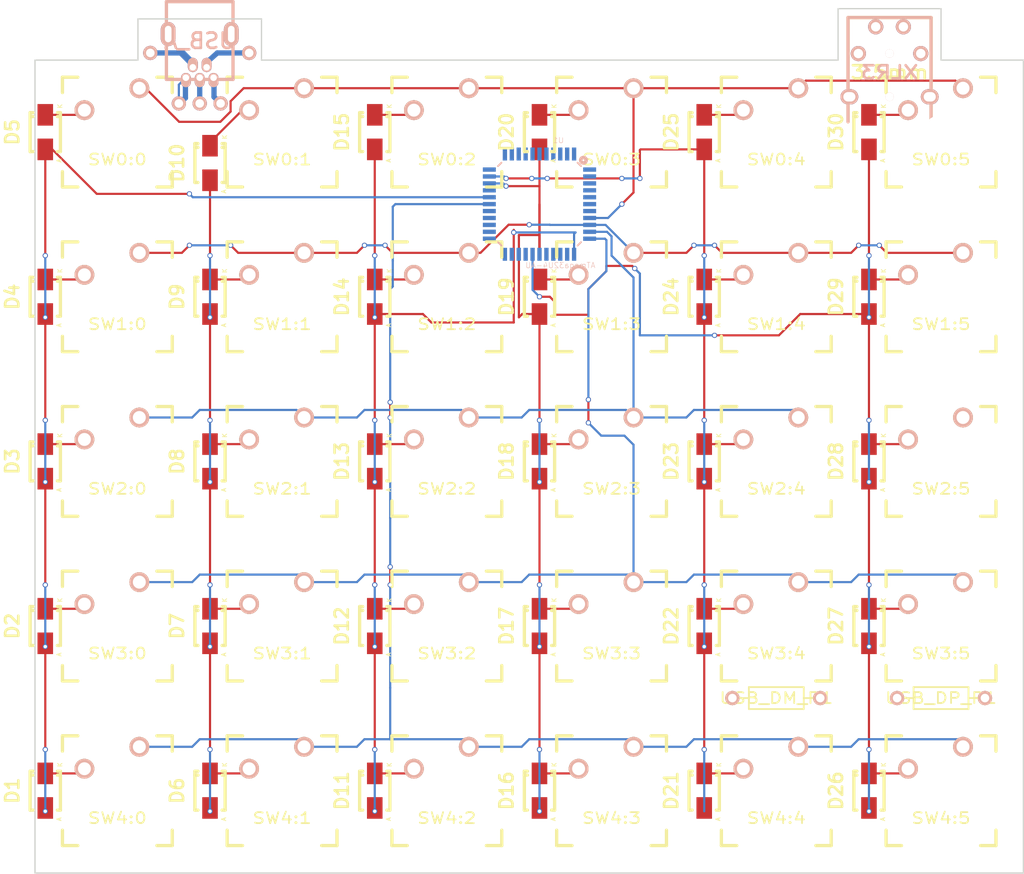
<source format=kicad_pcb>
(kicad_pcb (version 4) (host pcbnew 4.0.2-stable)
  (layers (0 F.Cu signal) (31 B.Cu signal) (34 B.Paste user) (35 F.Paste user) (36 B.SilkS user) (37 F.SilkS user) (38 B.Mask user) (39 F.Mask user) (44 Edge.Cuts user))
  (net 0 "")
  (net 1 /COL0)
  (net 2 "Net-(D1-Pad2)")
  (net 3 "Net-(D2-Pad2)")
  (net 4 "Net-(D3-Pad2)")
  (net 5 "Net-(D4-Pad2)")
  (net 6 "Net-(D5-Pad2)")
  (net 7 /COL1)
  (net 8 "Net-(D6-Pad2)")
  (net 9 "Net-(D7-Pad2)")
  (net 10 "Net-(D8-Pad2)")
  (net 11 "Net-(D9-Pad2)")
  (net 12 "Net-(D10-Pad2)")
  (net 13 /COL2)
  (net 14 "Net-(D11-Pad2)")
  (net 15 "Net-(D12-Pad2)")
  (net 16 "Net-(D13-Pad2)")
  (net 17 "Net-(D14-Pad2)")
  (net 18 "Net-(D15-Pad2)")
  (net 19 /COL3)
  (net 20 "Net-(D16-Pad2)")
  (net 21 "Net-(D17-Pad2)")
  (net 22 "Net-(D18-Pad2)")
  (net 23 "Net-(D19-Pad2)")
  (net 24 "Net-(D20-Pad2)")
  (net 25 /COL4)
  (net 26 "Net-(D21-Pad2)")
  (net 27 "Net-(D22-Pad2)")
  (net 28 "Net-(D23-Pad2)")
  (net 29 "Net-(D24-Pad2)")
  (net 30 "Net-(D25-Pad2)")
  (net 31 /COL5)
  (net 32 "Net-(D26-Pad2)")
  (net 33 "Net-(D27-Pad2)")
  (net 34 "Net-(D28-Pad2)")
  (net 35 "Net-(D29-Pad2)")
  (net 36 "Net-(D30-Pad2)")
  (net 37 /DATA)
  (net 38 VCC)
  (net 39 GND)
  (net 40 /USB_VCC)
  (net 41 "Net-(P1-Pad2)")
  (net 42 "Net-(P1-Pad3)")
  (net 43 /USB_GND)
  (net 44 "Net-(P1-Pad5)")
  (net 45 /ROW0)
  (net 46 /ROW1)
  (net 47 /ROW2)
  (net 48 /ROW3)
  (net 49 /ROW4)
  (module footprint:4pin35mmAudio (layer B.Cu) (at 113.109375 22.621875 90)
    (fp_text reference K1 hide)
    (fp_text value XLR3 (at 5.715 0 360) (layer B.SilkS) (effects (font (size 1.524 1.778) (thickness 0.3048)) (justify mirror)))
    (fp_text user 3.5mm (at 5.715 0 360) (layer F.SilkS) (effects (font (size 1.524 1.778) (thickness 0.3048))))
    (pad 1 thru_hole oval (at 2.8956 4.6482 90) (size 1.7526 2.0574) (drill oval 1.0922 1.397) (layers *.Cu *.Mask B.SilkS) (net 37 /DATA))
    (pad 2 thru_hole circle (at 7.8994 -3.6068 90) (size 1.7526 1.7526) (drill 1.0922) (layers *.Cu *.Mask B.SilkS) (net 38 VCC))
    (pad 3 thru_hole circle (at 10.9982 1.6002 90) (size 1.7526 1.7526) (drill 1.0922) (layers *.Cu *.Mask B.SilkS) (net 39 GND))
    (pad 4 thru_hole oval (at 2.8956 -4.6482 90) (size 1.7526 2.0574) (drill oval 1.0922 1.397) (layers *.Cu *.Mask B.SilkS))
    (pad 5 thru_hole circle (at 10.9982 -1.6002 90) (size 1.7526 1.7526) (drill 1.0922) (layers *.Cu *.Mask B.SilkS))
    (pad 6 thru_hole circle (at 7.8994 3.6068 90) (size 1.7526 1.7526) (drill 1.0922) (layers *.Cu *.Mask B.SilkS))
    (pad HOLE np_thru_hole circle (at 2.8956 0 90) (size 0.9906 0.9906) (drill 0.9906) (layers *.Cu *.Mask B.SilkS))
    (pad HOLE np_thru_hole circle (at 7.8994 0 90) (size 0.9906 0.9906) (drill 0.9906) (layers *.Cu *.Mask B.SilkS))
  )
  (module footprint:USBMINImod (layer B.Cu) (at 33.3375 10.715625 270)
    (fp_text reference P1 hide)
    (fp_text value USB_A (at 2.54 0 540) (layer B.SilkS) (effects (font (size 1.778 1.778) (thickness 0.3048)) (justify mirror)))
    (fp_line (start 9.779 -2.413) (end 9.017 -1.651) (layer B.Cu) (width 0.6096))
    (fp_line (start 9.017 -1.651) (end 7.493 -1.651) (layer B.Cu) (width 0.6096))
    (fp_line (start 9.779 2.413) (end 9.144 1.651) (layer B.Cu) (width 0.6096))
    (fp_line (start 9.144 1.651) (end 7.493 1.651) (layer B.Cu) (width 0.6096))
    (fp_line (start 7.493 0) (end 9.779 0) (layer B.Cu) (width 0.6096))
    (fp_line (start 4.953 -0.889) (end 3.937 -2.032) (layer B.Cu) (width 0.6096))
    (fp_line (start 3.937 -2.032) (end 3.937 -5.715) (layer B.Cu) (width 0.6096))
    (fp_line (start 4.953 0.889) (end 3.937 1.905) (layer B.Cu) (width 0.6096))
    (fp_line (start 3.937 1.905) (end 3.937 5.715) (layer B.Cu) (width 0.6096))
    (pad 1 thru_hole oval (at 6.79958 1.6002 270) (size 1.651 1.143) (drill 0.762 (offset 0.27432 0)) (layers *.Cu *.Mask B.SilkS) (net 40 /USB_VCC))
    (pad 2 thru_hole oval (at 5.6007 0.8001 270) (size 1.651 1.143) (drill 0.762 (offset -0.27432 0)) (layers *.Cu *.Mask B.SilkS) (net 41 "Net-(P1-Pad2)"))
    (pad 3 thru_hole oval (at 6.79958 0 270) (size 1.651 1.143) (drill 0.762 (offset 0.27432 0)) (layers *.Cu *.Mask B.SilkS) (net 42 "Net-(P1-Pad3)"))
    (pad 4 thru_hole oval (at 5.6007 -0.8001 270) (size 1.651 1.143) (drill 0.762 (offset -0.27432 0)) (layers *.Cu *.Mask B.SilkS) (net 43 /USB_GND))
    (pad 5 thru_hole oval (at 6.79958 -1.6002 270) (size 1.651 1.143) (drill 0.762 (offset 0.27432 0)) (layers *.Cu *.Mask B.SilkS) (net 44 "Net-(P1-Pad5)"))
    (pad 6 thru_hole oval (at 1.75006 -3.64744 270) (size 2.794 1.7018) (drill oval 1.905 0.762) (layers *.Cu *.Mask B.SilkS))
    (pad 6 thru_hole oval (at 1.75006 3.64744 270) (size 2.794 1.7018) (drill oval 1.905 0.762) (layers *.Cu *.Mask B.SilkS))
    (pad 1 thru_hole circle (at 9.779 2.413 270) (size 1.651 1.651) (drill 0.9906) (layers *.Cu *.Mask B.SilkS) (net 40 /USB_VCC))
    (pad 2 thru_hole circle (at 3.937 5.715 270) (size 1.651 1.651) (drill 0.9906) (layers *.Cu *.Mask B.SilkS) (net 41 "Net-(P1-Pad2)"))
    (pad 3 thru_hole circle (at 9.779 0 270) (size 1.651 1.651) (drill 0.9906) (layers *.Cu *.Mask B.SilkS) (net 42 "Net-(P1-Pad3)"))
    (pad 4 thru_hole circle (at 3.937 -5.715 270) (size 1.651 1.651) (drill 0.9906) (layers *.Cu *.Mask B.SilkS) (net 43 /USB_GND))
    (pad 5 thru_hole circle (at 9.779 -2.413 270) (size 1.651 1.651) (drill 0.9906) (layers *.Cu *.Mask B.SilkS) (net 44 "Net-(P1-Pad5)"))
  )
  (module footprints:CHERRY_PCB_100H (layer F.Cu) (at 23.8125 23.8125)
    (fp_text reference SW0:0 (at 0 3.175) (layer F.SilkS) (effects (font (size 1.27 1.524) (thickness 0.2032))))
    (fp_text value SPACE hide)
    (pad 1 thru_hole circle (at 2.54 -5.08) (size 2.286 2.286) (drill 1.4986) (layers *.Cu *.SilkS *.Mask) (net 45 /ROW0))
    (pad 2 thru_hole circle (at -3.81 -2.54) (size 2.286 2.286) (drill 1.4986) (layers *.Cu *.SilkS *.Mask) (net 6 "Net-(D5-Pad2)"))
    (pad HOLE np_thru_hole circle (at 0 0) (size 3.9878 3.9878) (drill 3.9878) (layers *.Cu))
    (pad HOLE np_thru_hole circle (at -5.08 0) (size 1.7018 1.7018) (drill 1.7018) (layers *.Cu))
    (pad HOLE np_thru_hole circle (at 5.08 0) (size 1.7018 1.7018) (drill 1.7018) (layers *.Cu))
  )
  (module footprints:CHERRY_PCB_100H (layer F.Cu) (at 42.8625 23.8125)
    (fp_text reference SW0:1 (at 0 3.175) (layer F.SilkS) (effects (font (size 1.27 1.524) (thickness 0.2032))))
    (fp_text value ENTER hide)
    (pad 1 thru_hole circle (at 2.54 -5.08) (size 2.286 2.286) (drill 1.4986) (layers *.Cu *.SilkS *.Mask) (net 45 /ROW0))
    (pad 2 thru_hole circle (at -3.81 -2.54) (size 2.286 2.286) (drill 1.4986) (layers *.Cu *.SilkS *.Mask) (net 12 "Net-(D10-Pad2)"))
    (pad HOLE np_thru_hole circle (at 0 0) (size 3.9878 3.9878) (drill 3.9878) (layers *.Cu))
    (pad HOLE np_thru_hole circle (at -5.08 0) (size 1.7018 1.7018) (drill 1.7018) (layers *.Cu))
    (pad HOLE np_thru_hole circle (at 5.08 0) (size 1.7018 1.7018) (drill 1.7018) (layers *.Cu))
  )
  (module footprints:CHERRY_PCB_100H (layer F.Cu) (at 61.9125 23.8125)
    (fp_text reference SW0:2 (at 0 3.175) (layer F.SilkS) (effects (font (size 1.27 1.524) (thickness 0.2032))))
    (fp_text value ALTGR hide)
    (pad 1 thru_hole circle (at 2.54 -5.08) (size 2.286 2.286) (drill 1.4986) (layers *.Cu *.SilkS *.Mask) (net 45 /ROW0))
    (pad 2 thru_hole circle (at -3.81 -2.54) (size 2.286 2.286) (drill 1.4986) (layers *.Cu *.SilkS *.Mask) (net 18 "Net-(D15-Pad2)"))
    (pad HOLE np_thru_hole circle (at 0 0) (size 3.9878 3.9878) (drill 3.9878) (layers *.Cu))
    (pad HOLE np_thru_hole circle (at -5.08 0) (size 1.7018 1.7018) (drill 1.7018) (layers *.Cu))
    (pad HOLE np_thru_hole circle (at 5.08 0) (size 1.7018 1.7018) (drill 1.7018) (layers *.Cu))
  )
  (module footprints:CHERRY_PCB_100H (layer F.Cu) (at 80.9625 23.8125)
    (fp_text reference SW0:3 (at 0 3.175) (layer F.SilkS) (effects (font (size 1.27 1.524) (thickness 0.2032))))
    (fp_text value FN_R hide)
    (pad 1 thru_hole circle (at 2.54 -5.08) (size 2.286 2.286) (drill 1.4986) (layers *.Cu *.SilkS *.Mask) (net 45 /ROW0))
    (pad 2 thru_hole circle (at -3.81 -2.54) (size 2.286 2.286) (drill 1.4986) (layers *.Cu *.SilkS *.Mask) (net 24 "Net-(D20-Pad2)"))
    (pad HOLE np_thru_hole circle (at 0 0) (size 3.9878 3.9878) (drill 3.9878) (layers *.Cu))
    (pad HOLE np_thru_hole circle (at -5.08 0) (size 1.7018 1.7018) (drill 1.7018) (layers *.Cu))
    (pad HOLE np_thru_hole circle (at 5.08 0) (size 1.7018 1.7018) (drill 1.7018) (layers *.Cu))
  )
  (module footprints:CHERRY_PCB_100H (layer F.Cu) (at 100.0125 23.8125)
    (fp_text reference SW0:4 (at 0 3.175) (layer F.SilkS) (effects (font (size 1.27 1.524) (thickness 0.2032))))
    (fp_text value MOD4 hide)
    (pad 1 thru_hole circle (at 2.54 -5.08) (size 2.286 2.286) (drill 1.4986) (layers *.Cu *.SilkS *.Mask) (net 45 /ROW0))
    (pad 2 thru_hole circle (at -3.81 -2.54) (size 2.286 2.286) (drill 1.4986) (layers *.Cu *.SilkS *.Mask) (net 30 "Net-(D25-Pad2)"))
    (pad HOLE np_thru_hole circle (at 0 0) (size 3.9878 3.9878) (drill 3.9878) (layers *.Cu))
    (pad HOLE np_thru_hole circle (at -5.08 0) (size 1.7018 1.7018) (drill 1.7018) (layers *.Cu))
    (pad HOLE np_thru_hole circle (at 5.08 0) (size 1.7018 1.7018) (drill 1.7018) (layers *.Cu))
  )
  (module footprints:CHERRY_PCB_100H (layer F.Cu) (at 119.0625 23.8125)
    (fp_text reference SW0:5 (at 0 3.175) (layer F.SilkS) (effects (font (size 1.27 1.524) (thickness 0.2032))))
    (fp_text value CTRL_R hide)
    (pad 1 thru_hole circle (at 2.54 -5.08) (size 2.286 2.286) (drill 1.4986) (layers *.Cu *.SilkS *.Mask) (net 45 /ROW0))
    (pad 2 thru_hole circle (at -3.81 -2.54) (size 2.286 2.286) (drill 1.4986) (layers *.Cu *.SilkS *.Mask) (net 36 "Net-(D30-Pad2)"))
    (pad HOLE np_thru_hole circle (at 0 0) (size 3.9878 3.9878) (drill 3.9878) (layers *.Cu))
    (pad HOLE np_thru_hole circle (at -5.08 0) (size 1.7018 1.7018) (drill 1.7018) (layers *.Cu))
    (pad HOLE np_thru_hole circle (at 5.08 0) (size 1.7018 1.7018) (drill 1.7018) (layers *.Cu))
  )
  (module footprints:CHERRY_PCB_100H (layer F.Cu) (at 23.8125 42.8625)
    (fp_text reference SW1:0 (at 0 3.175) (layer F.SilkS) (effects (font (size 1.27 1.524) (thickness 0.2032))))
    (fp_text value B hide)
    (pad 1 thru_hole circle (at 2.54 -5.08) (size 2.286 2.286) (drill 1.4986) (layers *.Cu *.SilkS *.Mask) (net 46 /ROW1))
    (pad 2 thru_hole circle (at -3.81 -2.54) (size 2.286 2.286) (drill 1.4986) (layers *.Cu *.SilkS *.Mask) (net 5 "Net-(D4-Pad2)"))
    (pad HOLE np_thru_hole circle (at 0 0) (size 3.9878 3.9878) (drill 3.9878) (layers *.Cu))
    (pad HOLE np_thru_hole circle (at -5.08 0) (size 1.7018 1.7018) (drill 1.7018) (layers *.Cu))
    (pad HOLE np_thru_hole circle (at 5.08 0) (size 1.7018 1.7018) (drill 1.7018) (layers *.Cu))
  )
  (module footprints:CHERRY_PCB_100H (layer F.Cu) (at 42.8625 42.8625)
    (fp_text reference SW1:1 (at 0 3.175) (layer F.SilkS) (effects (font (size 1.27 1.524) (thickness 0.2032))))
    (fp_text value M hide)
    (pad 1 thru_hole circle (at 2.54 -5.08) (size 2.286 2.286) (drill 1.4986) (layers *.Cu *.SilkS *.Mask) (net 46 /ROW1))
    (pad 2 thru_hole circle (at -3.81 -2.54) (size 2.286 2.286) (drill 1.4986) (layers *.Cu *.SilkS *.Mask) (net 11 "Net-(D9-Pad2)"))
    (pad HOLE np_thru_hole circle (at 0 0) (size 3.9878 3.9878) (drill 3.9878) (layers *.Cu))
    (pad HOLE np_thru_hole circle (at -5.08 0) (size 1.7018 1.7018) (drill 1.7018) (layers *.Cu))
    (pad HOLE np_thru_hole circle (at 5.08 0) (size 1.7018 1.7018) (drill 1.7018) (layers *.Cu))
  )
  (module footprints:CHERRY_PCB_100H (layer F.Cu) (at 61.9125 42.8625)
    (fp_text reference SW1:2 (at 0 3.175) (layer F.SilkS) (effects (font (size 1.27 1.524) (thickness 0.2032))))
    (fp_text value , hide)
    (pad 1 thru_hole circle (at 2.54 -5.08) (size 2.286 2.286) (drill 1.4986) (layers *.Cu *.SilkS *.Mask) (net 46 /ROW1))
    (pad 2 thru_hole circle (at -3.81 -2.54) (size 2.286 2.286) (drill 1.4986) (layers *.Cu *.SilkS *.Mask) (net 17 "Net-(D14-Pad2)"))
    (pad HOLE np_thru_hole circle (at 0 0) (size 3.9878 3.9878) (drill 3.9878) (layers *.Cu))
    (pad HOLE np_thru_hole circle (at -5.08 0) (size 1.7018 1.7018) (drill 1.7018) (layers *.Cu))
    (pad HOLE np_thru_hole circle (at 5.08 0) (size 1.7018 1.7018) (drill 1.7018) (layers *.Cu))
  )
  (module footprints:CHERRY_PCB_100H (layer F.Cu) (at 80.9625 42.8625)
    (fp_text reference SW1:3 (at 0 3.175) (layer F.SilkS) (effects (font (size 1.27 1.524) (thickness 0.2032))))
    (fp_text value . hide)
    (pad 1 thru_hole circle (at 2.54 -5.08) (size 2.286 2.286) (drill 1.4986) (layers *.Cu *.SilkS *.Mask) (net 46 /ROW1))
    (pad 2 thru_hole circle (at -3.81 -2.54) (size 2.286 2.286) (drill 1.4986) (layers *.Cu *.SilkS *.Mask) (net 23 "Net-(D19-Pad2)"))
    (pad HOLE np_thru_hole circle (at 0 0) (size 3.9878 3.9878) (drill 3.9878) (layers *.Cu))
    (pad HOLE np_thru_hole circle (at -5.08 0) (size 1.7018 1.7018) (drill 1.7018) (layers *.Cu))
    (pad HOLE np_thru_hole circle (at 5.08 0) (size 1.7018 1.7018) (drill 1.7018) (layers *.Cu))
  )
  (module footprints:CHERRY_PCB_100H (layer F.Cu) (at 100.0125 42.8625)
    (fp_text reference SW1:4 (at 0 3.175) (layer F.SilkS) (effects (font (size 1.27 1.524) (thickness 0.2032))))
    (fp_text value J hide)
    (pad 1 thru_hole circle (at 2.54 -5.08) (size 2.286 2.286) (drill 1.4986) (layers *.Cu *.SilkS *.Mask) (net 46 /ROW1))
    (pad 2 thru_hole circle (at -3.81 -2.54) (size 2.286 2.286) (drill 1.4986) (layers *.Cu *.SilkS *.Mask) (net 29 "Net-(D24-Pad2)"))
    (pad HOLE np_thru_hole circle (at 0 0) (size 3.9878 3.9878) (drill 3.9878) (layers *.Cu))
    (pad HOLE np_thru_hole circle (at -5.08 0) (size 1.7018 1.7018) (drill 1.7018) (layers *.Cu))
    (pad HOLE np_thru_hole circle (at 5.08 0) (size 1.7018 1.7018) (drill 1.7018) (layers *.Cu))
  )
  (module footprints:CHERRY_PCB_100H (layer F.Cu) (at 119.0625 42.8625)
    (fp_text reference SW1:5 (at 0 3.175) (layer F.SilkS) (effects (font (size 1.27 1.524) (thickness 0.2032))))
    (fp_text value END hide)
    (pad 1 thru_hole circle (at 2.54 -5.08) (size 2.286 2.286) (drill 1.4986) (layers *.Cu *.SilkS *.Mask) (net 46 /ROW1))
    (pad 2 thru_hole circle (at -3.81 -2.54) (size 2.286 2.286) (drill 1.4986) (layers *.Cu *.SilkS *.Mask) (net 35 "Net-(D29-Pad2)"))
    (pad HOLE np_thru_hole circle (at 0 0) (size 3.9878 3.9878) (drill 3.9878) (layers *.Cu))
    (pad HOLE np_thru_hole circle (at -5.08 0) (size 1.7018 1.7018) (drill 1.7018) (layers *.Cu))
    (pad HOLE np_thru_hole circle (at 5.08 0) (size 1.7018 1.7018) (drill 1.7018) (layers *.Cu))
  )
  (module footprints:CHERRY_PCB_100H (layer F.Cu) (at 23.8125 61.9125)
    (fp_text reference SW2:0 (at 0 3.175) (layer F.SilkS) (effects (font (size 1.27 1.524) (thickness 0.2032))))
    (fp_text value S hide)
    (pad 1 thru_hole circle (at 2.54 -5.08) (size 2.286 2.286) (drill 1.4986) (layers *.Cu *.SilkS *.Mask) (net 47 /ROW2))
    (pad 2 thru_hole circle (at -3.81 -2.54) (size 2.286 2.286) (drill 1.4986) (layers *.Cu *.SilkS *.Mask) (net 4 "Net-(D3-Pad2)"))
    (pad HOLE np_thru_hole circle (at 0 0) (size 3.9878 3.9878) (drill 3.9878) (layers *.Cu))
    (pad HOLE np_thru_hole circle (at -5.08 0) (size 1.7018 1.7018) (drill 1.7018) (layers *.Cu))
    (pad HOLE np_thru_hole circle (at 5.08 0) (size 1.7018 1.7018) (drill 1.7018) (layers *.Cu))
  )
  (module footprints:CHERRY_PCB_100H (layer F.Cu) (at 42.8625 61.9125)
    (fp_text reference SW2:1 (at 0 3.175) (layer F.SilkS) (effects (font (size 1.27 1.524) (thickness 0.2032))))
    (fp_text value N hide)
    (pad 1 thru_hole circle (at 2.54 -5.08) (size 2.286 2.286) (drill 1.4986) (layers *.Cu *.SilkS *.Mask) (net 47 /ROW2))
    (pad 2 thru_hole circle (at -3.81 -2.54) (size 2.286 2.286) (drill 1.4986) (layers *.Cu *.SilkS *.Mask) (net 10 "Net-(D8-Pad2)"))
    (pad HOLE np_thru_hole circle (at 0 0) (size 3.9878 3.9878) (drill 3.9878) (layers *.Cu))
    (pad HOLE np_thru_hole circle (at -5.08 0) (size 1.7018 1.7018) (drill 1.7018) (layers *.Cu))
    (pad HOLE np_thru_hole circle (at 5.08 0) (size 1.7018 1.7018) (drill 1.7018) (layers *.Cu))
  )
  (module footprints:CHERRY_PCB_100H (layer F.Cu) (at 61.9125 61.9125)
    (fp_text reference SW2:2 (at 0 3.175) (layer F.SilkS) (effects (font (size 1.27 1.524) (thickness 0.2032))))
    (fp_text value R hide)
    (pad 1 thru_hole circle (at 2.54 -5.08) (size 2.286 2.286) (drill 1.4986) (layers *.Cu *.SilkS *.Mask) (net 47 /ROW2))
    (pad 2 thru_hole circle (at -3.81 -2.54) (size 2.286 2.286) (drill 1.4986) (layers *.Cu *.SilkS *.Mask) (net 16 "Net-(D13-Pad2)"))
    (pad HOLE np_thru_hole circle (at 0 0) (size 3.9878 3.9878) (drill 3.9878) (layers *.Cu))
    (pad HOLE np_thru_hole circle (at -5.08 0) (size 1.7018 1.7018) (drill 1.7018) (layers *.Cu))
    (pad HOLE np_thru_hole circle (at 5.08 0) (size 1.7018 1.7018) (drill 1.7018) (layers *.Cu))
  )
  (module footprints:CHERRY_PCB_100H (layer F.Cu) (at 80.9625 61.9125)
    (fp_text reference SW2:3 (at 0 3.175) (layer F.SilkS) (effects (font (size 1.27 1.524) (thickness 0.2032))))
    (fp_text value T hide)
    (pad 1 thru_hole circle (at 2.54 -5.08) (size 2.286 2.286) (drill 1.4986) (layers *.Cu *.SilkS *.Mask) (net 47 /ROW2))
    (pad 2 thru_hole circle (at -3.81 -2.54) (size 2.286 2.286) (drill 1.4986) (layers *.Cu *.SilkS *.Mask) (net 22 "Net-(D18-Pad2)"))
    (pad HOLE np_thru_hole circle (at 0 0) (size 3.9878 3.9878) (drill 3.9878) (layers *.Cu))
    (pad HOLE np_thru_hole circle (at -5.08 0) (size 1.7018 1.7018) (drill 1.7018) (layers *.Cu))
    (pad HOLE np_thru_hole circle (at 5.08 0) (size 1.7018 1.7018) (drill 1.7018) (layers *.Cu))
  )
  (module footprints:CHERRY_PCB_100H (layer F.Cu) (at 100.0125 61.9125)
    (fp_text reference SW2:4 (at 0 3.175) (layer F.SilkS) (effects (font (size 1.27 1.524) (thickness 0.2032))))
    (fp_text value D hide)
    (pad 1 thru_hole circle (at 2.54 -5.08) (size 2.286 2.286) (drill 1.4986) (layers *.Cu *.SilkS *.Mask) (net 47 /ROW2))
    (pad 2 thru_hole circle (at -3.81 -2.54) (size 2.286 2.286) (drill 1.4986) (layers *.Cu *.SilkS *.Mask) (net 28 "Net-(D23-Pad2)"))
    (pad HOLE np_thru_hole circle (at 0 0) (size 3.9878 3.9878) (drill 3.9878) (layers *.Cu))
    (pad HOLE np_thru_hole circle (at -5.08 0) (size 1.7018 1.7018) (drill 1.7018) (layers *.Cu))
    (pad HOLE np_thru_hole circle (at 5.08 0) (size 1.7018 1.7018) (drill 1.7018) (layers *.Cu))
  )
  (module footprints:CHERRY_PCB_100H (layer F.Cu) (at 119.0625 61.9125)
    (fp_text reference SW2:5 (at 0 3.175) (layer F.SilkS) (effects (font (size 1.27 1.524) (thickness 0.2032))))
    (fp_text value Y hide)
    (pad 1 thru_hole circle (at 2.54 -5.08) (size 2.286 2.286) (drill 1.4986) (layers *.Cu *.SilkS *.Mask) (net 47 /ROW2))
    (pad 2 thru_hole circle (at -3.81 -2.54) (size 2.286 2.286) (drill 1.4986) (layers *.Cu *.SilkS *.Mask) (net 34 "Net-(D28-Pad2)"))
    (pad HOLE np_thru_hole circle (at 0 0) (size 3.9878 3.9878) (drill 3.9878) (layers *.Cu))
    (pad HOLE np_thru_hole circle (at -5.08 0) (size 1.7018 1.7018) (drill 1.7018) (layers *.Cu))
    (pad HOLE np_thru_hole circle (at 5.08 0) (size 1.7018 1.7018) (drill 1.7018) (layers *.Cu))
  )
  (module footprints:CHERRY_PCB_100H (layer F.Cu) (at 23.8125 80.9625)
    (fp_text reference SW3:0 (at 0 3.175) (layer F.SilkS) (effects (font (size 1.27 1.524) (thickness 0.2032))))
    (fp_text value K hide)
    (pad 1 thru_hole circle (at 2.54 -5.08) (size 2.286 2.286) (drill 1.4986) (layers *.Cu *.SilkS *.Mask) (net 48 /ROW3))
    (pad 2 thru_hole circle (at -3.81 -2.54) (size 2.286 2.286) (drill 1.4986) (layers *.Cu *.SilkS *.Mask) (net 3 "Net-(D2-Pad2)"))
    (pad HOLE np_thru_hole circle (at 0 0) (size 3.9878 3.9878) (drill 3.9878) (layers *.Cu))
    (pad HOLE np_thru_hole circle (at -5.08 0) (size 1.7018 1.7018) (drill 1.7018) (layers *.Cu))
    (pad HOLE np_thru_hole circle (at 5.08 0) (size 1.7018 1.7018) (drill 1.7018) (layers *.Cu))
  )
  (module footprints:CHERRY_PCB_100H (layer F.Cu) (at 42.8625 80.9625)
    (fp_text reference SW3:1 (at 0 3.175) (layer F.SilkS) (effects (font (size 1.27 1.524) (thickness 0.2032))))
    (fp_text value H hide)
    (pad 1 thru_hole circle (at 2.54 -5.08) (size 2.286 2.286) (drill 1.4986) (layers *.Cu *.SilkS *.Mask) (net 48 /ROW3))
    (pad 2 thru_hole circle (at -3.81 -2.54) (size 2.286 2.286) (drill 1.4986) (layers *.Cu *.SilkS *.Mask) (net 9 "Net-(D7-Pad2)"))
    (pad HOLE np_thru_hole circle (at 0 0) (size 3.9878 3.9878) (drill 3.9878) (layers *.Cu))
    (pad HOLE np_thru_hole circle (at -5.08 0) (size 1.7018 1.7018) (drill 1.7018) (layers *.Cu))
    (pad HOLE np_thru_hole circle (at 5.08 0) (size 1.7018 1.7018) (drill 1.7018) (layers *.Cu))
  )
  (module footprints:CHERRY_PCB_100H (layer F.Cu) (at 61.9125 80.9625)
    (fp_text reference SW3:2 (at 0 3.175) (layer F.SilkS) (effects (font (size 1.27 1.524) (thickness 0.2032))))
    (fp_text value G hide)
    (pad 1 thru_hole circle (at 2.54 -5.08) (size 2.286 2.286) (drill 1.4986) (layers *.Cu *.SilkS *.Mask) (net 48 /ROW3))
    (pad 2 thru_hole circle (at -3.81 -2.54) (size 2.286 2.286) (drill 1.4986) (layers *.Cu *.SilkS *.Mask) (net 15 "Net-(D12-Pad2)"))
    (pad HOLE np_thru_hole circle (at 0 0) (size 3.9878 3.9878) (drill 3.9878) (layers *.Cu))
    (pad HOLE np_thru_hole circle (at -5.08 0) (size 1.7018 1.7018) (drill 1.7018) (layers *.Cu))
    (pad HOLE np_thru_hole circle (at 5.08 0) (size 1.7018 1.7018) (drill 1.7018) (layers *.Cu))
  )
  (module footprints:CHERRY_PCB_100H (layer F.Cu) (at 80.9625 80.9625)
    (fp_text reference SW3:3 (at 0 3.175) (layer F.SilkS) (effects (font (size 1.27 1.524) (thickness 0.2032))))
    (fp_text value F hide)
    (pad 1 thru_hole circle (at 2.54 -5.08) (size 2.286 2.286) (drill 1.4986) (layers *.Cu *.SilkS *.Mask) (net 48 /ROW3))
    (pad 2 thru_hole circle (at -3.81 -2.54) (size 2.286 2.286) (drill 1.4986) (layers *.Cu *.SilkS *.Mask) (net 21 "Net-(D17-Pad2)"))
    (pad HOLE np_thru_hole circle (at 0 0) (size 3.9878 3.9878) (drill 3.9878) (layers *.Cu))
    (pad HOLE np_thru_hole circle (at -5.08 0) (size 1.7018 1.7018) (drill 1.7018) (layers *.Cu))
    (pad HOLE np_thru_hole circle (at 5.08 0) (size 1.7018 1.7018) (drill 1.7018) (layers *.Cu))
  )
  (module footprints:CHERRY_PCB_100H (layer F.Cu) (at 100.0125 80.9625)
    (fp_text reference SW3:4 (at 0 3.175) (layer F.SilkS) (effects (font (size 1.27 1.524) (thickness 0.2032))))
    (fp_text value Q hide)
    (pad 1 thru_hole circle (at 2.54 -5.08) (size 2.286 2.286) (drill 1.4986) (layers *.Cu *.SilkS *.Mask) (net 48 /ROW3))
    (pad 2 thru_hole circle (at -3.81 -2.54) (size 2.286 2.286) (drill 1.4986) (layers *.Cu *.SilkS *.Mask) (net 27 "Net-(D22-Pad2)"))
    (pad HOLE np_thru_hole circle (at 0 0) (size 3.9878 3.9878) (drill 3.9878) (layers *.Cu))
    (pad HOLE np_thru_hole circle (at -5.08 0) (size 1.7018 1.7018) (drill 1.7018) (layers *.Cu))
    (pad HOLE np_thru_hole circle (at 5.08 0) (size 1.7018 1.7018) (drill 1.7018) (layers *.Cu))
  )
  (module footprints:CHERRY_PCB_100H (layer F.Cu) (at 119.0625 80.9625)
    (fp_text reference SW3:5 (at 0 3.175) (layer F.SilkS) (effects (font (size 1.27 1.524) (thickness 0.2032))))
    (fp_text value ẞ hide)
    (pad 1 thru_hole circle (at 2.54 -5.08) (size 2.286 2.286) (drill 1.4986) (layers *.Cu *.SilkS *.Mask) (net 48 /ROW3))
    (pad 2 thru_hole circle (at -3.81 -2.54) (size 2.286 2.286) (drill 1.4986) (layers *.Cu *.SilkS *.Mask) (net 33 "Net-(D27-Pad2)"))
    (pad HOLE np_thru_hole circle (at 0 0) (size 3.9878 3.9878) (drill 3.9878) (layers *.Cu))
    (pad HOLE np_thru_hole circle (at -5.08 0) (size 1.7018 1.7018) (drill 1.7018) (layers *.Cu))
    (pad HOLE np_thru_hole circle (at 5.08 0) (size 1.7018 1.7018) (drill 1.7018) (layers *.Cu))
  )
  (module footprints:CHERRY_PCB_100H (layer F.Cu) (at 23.8125 100.0125)
    (fp_text reference SW4:0 (at 0 3.175) (layer F.SilkS) (effects (font (size 1.27 1.524) (thickness 0.2032))))
    (fp_text value 6 hide)
    (pad 1 thru_hole circle (at 2.54 -5.08) (size 2.286 2.286) (drill 1.4986) (layers *.Cu *.SilkS *.Mask) (net 49 /ROW4))
    (pad 2 thru_hole circle (at -3.81 -2.54) (size 2.286 2.286) (drill 1.4986) (layers *.Cu *.SilkS *.Mask) (net 2 "Net-(D1-Pad2)"))
    (pad HOLE np_thru_hole circle (at 0 0) (size 3.9878 3.9878) (drill 3.9878) (layers *.Cu))
    (pad HOLE np_thru_hole circle (at -5.08 0) (size 1.7018 1.7018) (drill 1.7018) (layers *.Cu))
    (pad HOLE np_thru_hole circle (at 5.08 0) (size 1.7018 1.7018) (drill 1.7018) (layers *.Cu))
  )
  (module footprints:CHERRY_PCB_100H (layer F.Cu) (at 42.8625 100.0125)
    (fp_text reference SW4:1 (at 0 3.175) (layer F.SilkS) (effects (font (size 1.27 1.524) (thickness 0.2032))))
    (fp_text value 7 hide)
    (pad 1 thru_hole circle (at 2.54 -5.08) (size 2.286 2.286) (drill 1.4986) (layers *.Cu *.SilkS *.Mask) (net 49 /ROW4))
    (pad 2 thru_hole circle (at -3.81 -2.54) (size 2.286 2.286) (drill 1.4986) (layers *.Cu *.SilkS *.Mask) (net 8 "Net-(D6-Pad2)"))
    (pad HOLE np_thru_hole circle (at 0 0) (size 3.9878 3.9878) (drill 3.9878) (layers *.Cu))
    (pad HOLE np_thru_hole circle (at -5.08 0) (size 1.7018 1.7018) (drill 1.7018) (layers *.Cu))
    (pad HOLE np_thru_hole circle (at 5.08 0) (size 1.7018 1.7018) (drill 1.7018) (layers *.Cu))
  )
  (module footprints:CHERRY_PCB_100H (layer F.Cu) (at 61.9125 100.0125)
    (fp_text reference SW4:2 (at 0 3.175) (layer F.SilkS) (effects (font (size 1.27 1.524) (thickness 0.2032))))
    (fp_text value 8 hide)
    (pad 1 thru_hole circle (at 2.54 -5.08) (size 2.286 2.286) (drill 1.4986) (layers *.Cu *.SilkS *.Mask) (net 49 /ROW4))
    (pad 2 thru_hole circle (at -3.81 -2.54) (size 2.286 2.286) (drill 1.4986) (layers *.Cu *.SilkS *.Mask) (net 14 "Net-(D11-Pad2)"))
    (pad HOLE np_thru_hole circle (at 0 0) (size 3.9878 3.9878) (drill 3.9878) (layers *.Cu))
    (pad HOLE np_thru_hole circle (at -5.08 0) (size 1.7018 1.7018) (drill 1.7018) (layers *.Cu))
    (pad HOLE np_thru_hole circle (at 5.08 0) (size 1.7018 1.7018) (drill 1.7018) (layers *.Cu))
  )
  (module footprints:CHERRY_PCB_100H (layer F.Cu) (at 80.9625 100.0125)
    (fp_text reference SW4:3 (at 0 3.175) (layer F.SilkS) (effects (font (size 1.27 1.524) (thickness 0.2032))))
    (fp_text value 9 hide)
    (pad 1 thru_hole circle (at 2.54 -5.08) (size 2.286 2.286) (drill 1.4986) (layers *.Cu *.SilkS *.Mask) (net 49 /ROW4))
    (pad 2 thru_hole circle (at -3.81 -2.54) (size 2.286 2.286) (drill 1.4986) (layers *.Cu *.SilkS *.Mask) (net 20 "Net-(D16-Pad2)"))
    (pad HOLE np_thru_hole circle (at 0 0) (size 3.9878 3.9878) (drill 3.9878) (layers *.Cu))
    (pad HOLE np_thru_hole circle (at -5.08 0) (size 1.7018 1.7018) (drill 1.7018) (layers *.Cu))
    (pad HOLE np_thru_hole circle (at 5.08 0) (size 1.7018 1.7018) (drill 1.7018) (layers *.Cu))
  )
  (module footprints:CHERRY_PCB_100H (layer F.Cu) (at 100.0125 100.0125)
    (fp_text reference SW4:4 (at 0 3.175) (layer F.SilkS) (effects (font (size 1.27 1.524) (thickness 0.2032))))
    (fp_text value 0 hide)
    (pad 1 thru_hole circle (at 2.54 -5.08) (size 2.286 2.286) (drill 1.4986) (layers *.Cu *.SilkS *.Mask) (net 49 /ROW4))
    (pad 2 thru_hole circle (at -3.81 -2.54) (size 2.286 2.286) (drill 1.4986) (layers *.Cu *.SilkS *.Mask) (net 26 "Net-(D21-Pad2)"))
    (pad HOLE np_thru_hole circle (at 0 0) (size 3.9878 3.9878) (drill 3.9878) (layers *.Cu))
    (pad HOLE np_thru_hole circle (at -5.08 0) (size 1.7018 1.7018) (drill 1.7018) (layers *.Cu))
    (pad HOLE np_thru_hole circle (at 5.08 0) (size 1.7018 1.7018) (drill 1.7018) (layers *.Cu))
  )
  (module footprints:CHERRY_PCB_100H (layer F.Cu) (at 119.0625 100.0125)
    (fp_text reference SW4:5 (at 0 3.175) (layer F.SilkS) (effects (font (size 1.27 1.524) (thickness 0.2032))))
    (fp_text value BCKSPC hide)
    (pad 1 thru_hole circle (at 2.54 -5.08) (size 2.286 2.286) (drill 1.4986) (layers *.Cu *.SilkS *.Mask) (net 49 /ROW4))
    (pad 2 thru_hole circle (at -3.81 -2.54) (size 2.286 2.286) (drill 1.4986) (layers *.Cu *.SilkS *.Mask) (net 32 "Net-(D26-Pad2)"))
    (pad HOLE np_thru_hole circle (at 0 0) (size 3.9878 3.9878) (drill 3.9878) (layers *.Cu))
    (pad HOLE np_thru_hole circle (at -5.08 0) (size 1.7018 1.7018) (drill 1.7018) (layers *.Cu))
    (pad HOLE np_thru_hole circle (at 5.08 0) (size 1.7018 1.7018) (drill 1.7018) (layers *.Cu))
  )
  (module ATMEGA32U4-AU:TQFP44 (layer B.Cu) (at 72.628125 32.146875 180)
    (fp_text reference U1 (at -2.1844 7.3914 180) (layer B.SilkS) (effects (font (size 0.64 0.64) (thickness 0.05)) (justify mirror)))
    (fp_text value ATmega32U4-AU (at -2.413 -7.0787 180) (layer B.SilkS) (effects (font (size 0.64 0.64) (thickness 0.05)) (justify mirror)))
    (pad 1 smd rect (at -5.8 4 180) (size 1.5 0.5) (layers B.Cu B.Paste B.Mask))
    (pad 2 smd rect (at -5.8 3.2 180) (size 1.5 0.5) (layers B.Cu B.Paste B.Mask) (net 40 /USB_VCC))
    (pad 3 smd rect (at -5.8 2.4 180) (size 1.5 0.5) (layers B.Cu B.Paste B.Mask))
    (pad 4 smd rect (at -5.8 1.6 180) (size 1.5 0.5) (layers B.Cu B.Paste B.Mask))
    (pad 5 smd rect (at -5.8 0.8 180) (size 1.5 0.5) (layers B.Cu B.Paste B.Mask) (net 43 /USB_GND))
    (pad 6 smd rect (at -5.8 0 180) (size 1.5 0.5) (layers B.Cu B.Paste B.Mask))
    (pad 7 smd rect (at -5.8 -0.8 180) (size 1.5 0.5) (layers B.Cu B.Paste B.Mask))
    (pad 8 smd rect (at -5.8 -1.6 180) (size 1.5 0.5) (layers B.Cu B.Paste B.Mask) (net 45 /ROW0))
    (pad 9 smd rect (at -5.8 -2.4 180) (size 1.5 0.5) (layers B.Cu B.Paste B.Mask) (net 46 /ROW1))
    (pad 10 smd rect (at -5.8 -3.2 180) (size 1.5 0.5) (layers B.Cu B.Paste B.Mask) (net 47 /ROW2))
    (pad 11 smd rect (at -5.8 -4 180) (size 1.5 0.5) (layers B.Cu B.Paste B.Mask) (net 48 /ROW3))
    (pad 12 smd rect (at -4 -5.8 180) (size 0.5 1.5) (layers B.Cu B.Paste B.Mask) (net 13 /COL2))
    (pad 13 smd rect (at -3.2 -5.8 180) (size 0.5 1.5) (layers B.Cu B.Paste B.Mask))
    (pad 14 smd rect (at -2.4 -5.8 180) (size 0.5 1.5) (layers B.Cu B.Paste B.Mask) (net 38 VCC))
    (pad 15 smd rect (at -1.6 -5.8 180) (size 0.5 1.5) (layers B.Cu B.Paste B.Mask))
    (pad 16 smd rect (at -0.8 -5.8 180) (size 0.5 1.5) (layers B.Cu B.Paste B.Mask))
    (pad 17 smd rect (at 0 -5.8 180) (size 0.5 1.5) (layers B.Cu B.Paste B.Mask))
    (pad 18 smd rect (at 0.8 -5.8 180) (size 0.5 1.5) (layers B.Cu B.Paste B.Mask) (net 31 /COL5))
    (pad 19 smd rect (at 1.6 -5.8 180) (size 0.5 1.5) (layers B.Cu B.Paste B.Mask) (net 37 /DATA))
    (pad 20 smd rect (at 2.4 -5.8 180) (size 0.5 1.5) (layers B.Cu B.Paste B.Mask))
    (pad 21 smd rect (at 3.2 -5.8 180) (size 0.5 1.5) (layers B.Cu B.Paste B.Mask))
    (pad 22 smd rect (at 4 -5.8 180) (size 0.5 1.5) (layers B.Cu B.Paste B.Mask))
    (pad 23 smd rect (at 5.8 -4 180) (size 1.5 0.5) (layers B.Cu B.Paste B.Mask))
    (pad 24 smd rect (at 5.8 -3.2 180) (size 1.5 0.5) (layers B.Cu B.Paste B.Mask))
    (pad 25 smd rect (at 5.8 -2.4 180) (size 1.5 0.5) (layers B.Cu B.Paste B.Mask))
    (pad 26 smd rect (at 5.8 -1.6 180) (size 1.5 0.5) (layers B.Cu B.Paste B.Mask))
    (pad 27 smd rect (at 5.8 -0.8 180) (size 1.5 0.5) (layers B.Cu B.Paste B.Mask))
    (pad 28 smd rect (at 5.8 0 180) (size 1.5 0.5) (layers B.Cu B.Paste B.Mask) (net 49 /ROW4))
    (pad 29 smd rect (at 5.8 0.8 180) (size 1.5 0.5) (layers B.Cu B.Paste B.Mask) (net 1 /COL0))
    (pad 30 smd rect (at 5.8 1.6 180) (size 1.5 0.5) (layers B.Cu B.Paste B.Mask) (net 7 /COL1))
    (pad 31 smd rect (at 5.8 2.4 180) (size 1.5 0.5) (layers B.Cu B.Paste B.Mask) (net 19 /COL3))
    (pad 32 smd rect (at 5.8 3.2 180) (size 1.5 0.5) (layers B.Cu B.Paste B.Mask) (net 25 /COL4))
    (pad 33 smd rect (at 5.8 4 180) (size 1.5 0.5) (layers B.Cu B.Paste B.Mask))
    (pad 34 smd rect (at 4 5.8 180) (size 0.5 1.5) (layers B.Cu B.Paste B.Mask))
    (pad 35 smd rect (at 3.2 5.8 180) (size 0.5 1.5) (layers B.Cu B.Paste B.Mask) (net 39 GND))
    (pad 36 smd rect (at 2.4 5.8 180) (size 0.5 1.5) (layers B.Cu B.Paste B.Mask))
    (pad 37 smd rect (at 1.6 5.8 180) (size 0.5 1.5) (layers B.Cu B.Paste B.Mask))
    (pad 38 smd rect (at 0.8 5.8 180) (size 0.5 1.5) (layers B.Cu B.Paste B.Mask))
    (pad 39 smd rect (at 0 5.8 180) (size 0.5 1.5) (layers B.Cu B.Paste B.Mask))
    (pad 40 smd rect (at -0.8 5.8 180) (size 0.5 1.5) (layers B.Cu B.Paste B.Mask))
    (pad 41 smd rect (at -1.6 5.8 180) (size 0.5 1.5) (layers B.Cu B.Paste B.Mask))
    (pad 42 smd rect (at -2.4 5.8 180) (size 0.5 1.5) (layers B.Cu B.Paste B.Mask))
    (pad 43 smd rect (at -3.2 5.8 180) (size 0.5 1.5) (layers B.Cu B.Paste B.Mask))
    (pad 44 smd rect (at -4 5.8 180) (size 0.5 1.5) (layers B.Cu B.Paste B.Mask))
  )
  (module footprints:RESISTOR (layer F.Cu) (at 100.0125 89.296875)
    (fp_text reference USB_DM_R1 (at 0 0) (layer F.SilkS) (effects (font (size 1.27 1.524) (thickness 0.2032))))
    (fp_text value R hide)
    (pad 1 thru_hole circle (at -5.08 0) (size 1.651 1.651) (drill 0.9906) (layers *.Cu *.SilkS *.Mask))
    (pad 2 thru_hole circle (at 5.08 0) (size 1.651 1.651) (drill 0.9906) (layers *.Cu *.SilkS *.Mask))
  )
  (module footprints:RESISTOR (layer F.Cu) (at 119.0625 89.296875)
    (fp_text reference USB_DP_R1 (at 0 0) (layer F.SilkS) (effects (font (size 1.27 1.524) (thickness 0.2032))))
    (fp_text value R hide)
    (pad 1 thru_hole circle (at -5.08 0) (size 1.651 1.651) (drill 0.9906) (layers *.Cu *.SilkS *.Mask))
    (pad 2 thru_hole circle (at 5.08 0) (size 1.651 1.651) (drill 0.9906) (layers *.Cu *.SilkS *.Mask))
  )
  (module "diode smd:Diode-SMA_Standard_RevA_26July2010" (layer F.Cu) (at 15.478125 100.0125 90)
    (fp_text reference D1 (at 0 -3.81 90) (layer F.SilkS) (effects (font (thickness 0.3048))))
    (fp_text value D4:0 hide)
    (fp_text user A (at -3.29946 1.6002 90) (layer F.SilkS) (effects (font (size 0.50038 0.50038) (thickness 0.09906))))
    (fp_text user K (at 2.99974 1.69926 90) (layer F.SilkS) (effects (font (size 0.50038 0.50038) (thickness 0.09906))))
    (pad 1 smd rect (at -1.99898 0 90) (size 2.49936 1.80086) (layers F.Cu F.Paste F.Mask) (net 1 /COL0))
    (pad 2 smd rect (at 1.99898 0 90) (size 2.49936 1.80086) (layers F.Cu F.Paste F.Mask) (net 2 "Net-(D1-Pad2)"))
  )
  (module "diode smd:Diode-SMA_Standard_RevA_26July2010" (layer F.Cu) (at 15.478125 80.9625 90)
    (fp_text reference D2 (at 0 -3.81 90) (layer F.SilkS) (effects (font (thickness 0.3048))))
    (fp_text value D3:0 hide)
    (fp_text user A (at -3.29946 1.6002 90) (layer F.SilkS) (effects (font (size 0.50038 0.50038) (thickness 0.09906))))
    (fp_text user K (at 2.99974 1.69926 90) (layer F.SilkS) (effects (font (size 0.50038 0.50038) (thickness 0.09906))))
    (pad 1 smd rect (at -1.99898 0 90) (size 2.49936 1.80086) (layers F.Cu F.Paste F.Mask) (net 1 /COL0))
    (pad 2 smd rect (at 1.99898 0 90) (size 2.49936 1.80086) (layers F.Cu F.Paste F.Mask) (net 3 "Net-(D2-Pad2)"))
  )
  (module "diode smd:Diode-SMA_Standard_RevA_26July2010" (layer F.Cu) (at 15.478125 61.9125 90)
    (fp_text reference D3 (at 0 -3.81 90) (layer F.SilkS) (effects (font (thickness 0.3048))))
    (fp_text value D2:0 hide)
    (fp_text user A (at -3.29946 1.6002 90) (layer F.SilkS) (effects (font (size 0.50038 0.50038) (thickness 0.09906))))
    (fp_text user K (at 2.99974 1.69926 90) (layer F.SilkS) (effects (font (size 0.50038 0.50038) (thickness 0.09906))))
    (pad 1 smd rect (at -1.99898 0 90) (size 2.49936 1.80086) (layers F.Cu F.Paste F.Mask) (net 1 /COL0))
    (pad 2 smd rect (at 1.99898 0 90) (size 2.49936 1.80086) (layers F.Cu F.Paste F.Mask) (net 4 "Net-(D3-Pad2)"))
  )
  (module "diode smd:Diode-SMA_Standard_RevA_26July2010" (layer F.Cu) (at 15.478125 42.8625 90)
    (fp_text reference D4 (at 0 -3.81 90) (layer F.SilkS) (effects (font (thickness 0.3048))))
    (fp_text value D1:0 hide)
    (fp_text user A (at -3.29946 1.6002 90) (layer F.SilkS) (effects (font (size 0.50038 0.50038) (thickness 0.09906))))
    (fp_text user K (at 2.99974 1.69926 90) (layer F.SilkS) (effects (font (size 0.50038 0.50038) (thickness 0.09906))))
    (pad 1 smd rect (at -1.99898 0 90) (size 2.49936 1.80086) (layers F.Cu F.Paste F.Mask) (net 1 /COL0))
    (pad 2 smd rect (at 1.99898 0 90) (size 2.49936 1.80086) (layers F.Cu F.Paste F.Mask) (net 5 "Net-(D4-Pad2)"))
  )
  (module "diode smd:Diode-SMA_Standard_RevA_26July2010" (layer F.Cu) (at 15.478125 23.8125 90)
    (fp_text reference D5 (at 0 -3.81 90) (layer F.SilkS) (effects (font (thickness 0.3048))))
    (fp_text value D0:0 hide)
    (fp_text user A (at -3.29946 1.6002 90) (layer F.SilkS) (effects (font (size 0.50038 0.50038) (thickness 0.09906))))
    (fp_text user K (at 2.99974 1.69926 90) (layer F.SilkS) (effects (font (size 0.50038 0.50038) (thickness 0.09906))))
    (pad 1 smd rect (at -1.99898 0 90) (size 2.49936 1.80086) (layers F.Cu F.Paste F.Mask) (net 1 /COL0))
    (pad 2 smd rect (at 1.99898 0 90) (size 2.49936 1.80086) (layers F.Cu F.Paste F.Mask) (net 6 "Net-(D5-Pad2)"))
  )
  (module "diode smd:Diode-SMA_Standard_RevA_26July2010" (layer F.Cu) (at 34.528125 100.0125 90)
    (fp_text reference D6 (at 0 -3.81 90) (layer F.SilkS) (effects (font (thickness 0.3048))))
    (fp_text value D4:1 hide)
    (fp_text user A (at -3.29946 1.6002 90) (layer F.SilkS) (effects (font (size 0.50038 0.50038) (thickness 0.09906))))
    (fp_text user K (at 2.99974 1.69926 90) (layer F.SilkS) (effects (font (size 0.50038 0.50038) (thickness 0.09906))))
    (pad 1 smd rect (at -1.99898 0 90) (size 2.49936 1.80086) (layers F.Cu F.Paste F.Mask) (net 7 /COL1))
    (pad 2 smd rect (at 1.99898 0 90) (size 2.49936 1.80086) (layers F.Cu F.Paste F.Mask) (net 8 "Net-(D6-Pad2)"))
  )
  (module "diode smd:Diode-SMA_Standard_RevA_26July2010" (layer F.Cu) (at 34.528125 80.9625 90)
    (fp_text reference D7 (at 0 -3.81 90) (layer F.SilkS) (effects (font (thickness 0.3048))))
    (fp_text value D3:1 hide)
    (fp_text user A (at -3.29946 1.6002 90) (layer F.SilkS) (effects (font (size 0.50038 0.50038) (thickness 0.09906))))
    (fp_text user K (at 2.99974 1.69926 90) (layer F.SilkS) (effects (font (size 0.50038 0.50038) (thickness 0.09906))))
    (pad 1 smd rect (at -1.99898 0 90) (size 2.49936 1.80086) (layers F.Cu F.Paste F.Mask) (net 7 /COL1))
    (pad 2 smd rect (at 1.99898 0 90) (size 2.49936 1.80086) (layers F.Cu F.Paste F.Mask) (net 9 "Net-(D7-Pad2)"))
  )
  (module "diode smd:Diode-SMA_Standard_RevA_26July2010" (layer F.Cu) (at 34.528125 61.9125 90)
    (fp_text reference D8 (at 0 -3.81 90) (layer F.SilkS) (effects (font (thickness 0.3048))))
    (fp_text value D2:1 hide)
    (fp_text user A (at -3.29946 1.6002 90) (layer F.SilkS) (effects (font (size 0.50038 0.50038) (thickness 0.09906))))
    (fp_text user K (at 2.99974 1.69926 90) (layer F.SilkS) (effects (font (size 0.50038 0.50038) (thickness 0.09906))))
    (pad 1 smd rect (at -1.99898 0 90) (size 2.49936 1.80086) (layers F.Cu F.Paste F.Mask) (net 7 /COL1))
    (pad 2 smd rect (at 1.99898 0 90) (size 2.49936 1.80086) (layers F.Cu F.Paste F.Mask) (net 10 "Net-(D8-Pad2)"))
  )
  (module "diode smd:Diode-SMA_Standard_RevA_26July2010" (layer F.Cu) (at 34.528125 42.8625 90)
    (fp_text reference D9 (at 0 -3.81 90) (layer F.SilkS) (effects (font (thickness 0.3048))))
    (fp_text value D1:1 hide)
    (fp_text user A (at -3.29946 1.6002 90) (layer F.SilkS) (effects (font (size 0.50038 0.50038) (thickness 0.09906))))
    (fp_text user K (at 2.99974 1.69926 90) (layer F.SilkS) (effects (font (size 0.50038 0.50038) (thickness 0.09906))))
    (pad 1 smd rect (at -1.99898 0 90) (size 2.49936 1.80086) (layers F.Cu F.Paste F.Mask) (net 7 /COL1))
    (pad 2 smd rect (at 1.99898 0 90) (size 2.49936 1.80086) (layers F.Cu F.Paste F.Mask) (net 11 "Net-(D9-Pad2)"))
  )
  (module "diode smd:Diode-SMA_Standard_RevA_26July2010" (layer F.Cu) (at 34.528125 27.384375 90)
    (fp_text reference D10 (at 0 -3.81 90) (layer F.SilkS) (effects (font (thickness 0.3048))))
    (fp_text value D0:1 hide)
    (fp_text user A (at -3.29946 1.6002 90) (layer F.SilkS) (effects (font (size 0.50038 0.50038) (thickness 0.09906))))
    (fp_text user K (at 2.99974 1.69926 90) (layer F.SilkS) (effects (font (size 0.50038 0.50038) (thickness 0.09906))))
    (pad 1 smd rect (at -1.99898 0 90) (size 2.49936 1.80086) (layers F.Cu F.Paste F.Mask) (net 7 /COL1))
    (pad 2 smd rect (at 1.99898 0 90) (size 2.49936 1.80086) (layers F.Cu F.Paste F.Mask) (net 12 "Net-(D10-Pad2)"))
  )
  (module "diode smd:Diode-SMA_Standard_RevA_26July2010" (layer F.Cu) (at 53.578125 100.0125 90)
    (fp_text reference D11 (at 0 -3.81 90) (layer F.SilkS) (effects (font (thickness 0.3048))))
    (fp_text value D4:2 hide)
    (fp_text user A (at -3.29946 1.6002 90) (layer F.SilkS) (effects (font (size 0.50038 0.50038) (thickness 0.09906))))
    (fp_text user K (at 2.99974 1.69926 90) (layer F.SilkS) (effects (font (size 0.50038 0.50038) (thickness 0.09906))))
    (pad 1 smd rect (at -1.99898 0 90) (size 2.49936 1.80086) (layers F.Cu F.Paste F.Mask) (net 13 /COL2))
    (pad 2 smd rect (at 1.99898 0 90) (size 2.49936 1.80086) (layers F.Cu F.Paste F.Mask) (net 14 "Net-(D11-Pad2)"))
  )
  (module "diode smd:Diode-SMA_Standard_RevA_26July2010" (layer F.Cu) (at 53.578125 80.9625 90)
    (fp_text reference D12 (at 0 -3.81 90) (layer F.SilkS) (effects (font (thickness 0.3048))))
    (fp_text value D3:2 hide)
    (fp_text user A (at -3.29946 1.6002 90) (layer F.SilkS) (effects (font (size 0.50038 0.50038) (thickness 0.09906))))
    (fp_text user K (at 2.99974 1.69926 90) (layer F.SilkS) (effects (font (size 0.50038 0.50038) (thickness 0.09906))))
    (pad 1 smd rect (at -1.99898 0 90) (size 2.49936 1.80086) (layers F.Cu F.Paste F.Mask) (net 13 /COL2))
    (pad 2 smd rect (at 1.99898 0 90) (size 2.49936 1.80086) (layers F.Cu F.Paste F.Mask) (net 15 "Net-(D12-Pad2)"))
  )
  (module "diode smd:Diode-SMA_Standard_RevA_26July2010" (layer F.Cu) (at 53.578125 61.9125 90)
    (fp_text reference D13 (at 0 -3.81 90) (layer F.SilkS) (effects (font (thickness 0.3048))))
    (fp_text value D2:2 hide)
    (fp_text user A (at -3.29946 1.6002 90) (layer F.SilkS) (effects (font (size 0.50038 0.50038) (thickness 0.09906))))
    (fp_text user K (at 2.99974 1.69926 90) (layer F.SilkS) (effects (font (size 0.50038 0.50038) (thickness 0.09906))))
    (pad 1 smd rect (at -1.99898 0 90) (size 2.49936 1.80086) (layers F.Cu F.Paste F.Mask) (net 13 /COL2))
    (pad 2 smd rect (at 1.99898 0 90) (size 2.49936 1.80086) (layers F.Cu F.Paste F.Mask) (net 16 "Net-(D13-Pad2)"))
  )
  (module "diode smd:Diode-SMA_Standard_RevA_26July2010" (layer F.Cu) (at 53.578125 42.8625 90)
    (fp_text reference D14 (at 0 -3.81 90) (layer F.SilkS) (effects (font (thickness 0.3048))))
    (fp_text value D1:2 hide)
    (fp_text user A (at -3.29946 1.6002 90) (layer F.SilkS) (effects (font (size 0.50038 0.50038) (thickness 0.09906))))
    (fp_text user K (at 2.99974 1.69926 90) (layer F.SilkS) (effects (font (size 0.50038 0.50038) (thickness 0.09906))))
    (pad 1 smd rect (at -1.99898 0 90) (size 2.49936 1.80086) (layers F.Cu F.Paste F.Mask) (net 13 /COL2))
    (pad 2 smd rect (at 1.99898 0 90) (size 2.49936 1.80086) (layers F.Cu F.Paste F.Mask) (net 17 "Net-(D14-Pad2)"))
  )
  (module "diode smd:Diode-SMA_Standard_RevA_26July2010" (layer F.Cu) (at 53.578125 23.8125 90)
    (fp_text reference D15 (at 0 -3.81 90) (layer F.SilkS) (effects (font (thickness 0.3048))))
    (fp_text value D0:2 hide)
    (fp_text user A (at -3.29946 1.6002 90) (layer F.SilkS) (effects (font (size 0.50038 0.50038) (thickness 0.09906))))
    (fp_text user K (at 2.99974 1.69926 90) (layer F.SilkS) (effects (font (size 0.50038 0.50038) (thickness 0.09906))))
    (pad 1 smd rect (at -1.99898 0 90) (size 2.49936 1.80086) (layers F.Cu F.Paste F.Mask) (net 13 /COL2))
    (pad 2 smd rect (at 1.99898 0 90) (size 2.49936 1.80086) (layers F.Cu F.Paste F.Mask) (net 18 "Net-(D15-Pad2)"))
  )
  (module "diode smd:Diode-SMA_Standard_RevA_26July2010" (layer F.Cu) (at 72.628125 100.0125 90)
    (fp_text reference D16 (at 0 -3.81 90) (layer F.SilkS) (effects (font (thickness 0.3048))))
    (fp_text value D4:3 hide)
    (fp_text user A (at -3.29946 1.6002 90) (layer F.SilkS) (effects (font (size 0.50038 0.50038) (thickness 0.09906))))
    (fp_text user K (at 2.99974 1.69926 90) (layer F.SilkS) (effects (font (size 0.50038 0.50038) (thickness 0.09906))))
    (pad 1 smd rect (at -1.99898 0 90) (size 2.49936 1.80086) (layers F.Cu F.Paste F.Mask) (net 19 /COL3))
    (pad 2 smd rect (at 1.99898 0 90) (size 2.49936 1.80086) (layers F.Cu F.Paste F.Mask) (net 20 "Net-(D16-Pad2)"))
  )
  (module "diode smd:Diode-SMA_Standard_RevA_26July2010" (layer F.Cu) (at 72.628125 80.9625 90)
    (fp_text reference D17 (at 0 -3.81 90) (layer F.SilkS) (effects (font (thickness 0.3048))))
    (fp_text value D3:3 hide)
    (fp_text user A (at -3.29946 1.6002 90) (layer F.SilkS) (effects (font (size 0.50038 0.50038) (thickness 0.09906))))
    (fp_text user K (at 2.99974 1.69926 90) (layer F.SilkS) (effects (font (size 0.50038 0.50038) (thickness 0.09906))))
    (pad 1 smd rect (at -1.99898 0 90) (size 2.49936 1.80086) (layers F.Cu F.Paste F.Mask) (net 19 /COL3))
    (pad 2 smd rect (at 1.99898 0 90) (size 2.49936 1.80086) (layers F.Cu F.Paste F.Mask) (net 21 "Net-(D17-Pad2)"))
  )
  (module "diode smd:Diode-SMA_Standard_RevA_26July2010" (layer F.Cu) (at 72.628125 61.9125 90)
    (fp_text reference D18 (at 0 -3.81 90) (layer F.SilkS) (effects (font (thickness 0.3048))))
    (fp_text value D2:3 hide)
    (fp_text user A (at -3.29946 1.6002 90) (layer F.SilkS) (effects (font (size 0.50038 0.50038) (thickness 0.09906))))
    (fp_text user K (at 2.99974 1.69926 90) (layer F.SilkS) (effects (font (size 0.50038 0.50038) (thickness 0.09906))))
    (pad 1 smd rect (at -1.99898 0 90) (size 2.49936 1.80086) (layers F.Cu F.Paste F.Mask) (net 19 /COL3))
    (pad 2 smd rect (at 1.99898 0 90) (size 2.49936 1.80086) (layers F.Cu F.Paste F.Mask) (net 22 "Net-(D18-Pad2)"))
  )
  (module "diode smd:Diode-SMA_Standard_RevA_26July2010" (layer F.Cu) (at 72.628125 42.8625 90)
    (fp_text reference D19 (at 0 -3.81 90) (layer F.SilkS) (effects (font (thickness 0.3048))))
    (fp_text value D1:3 hide)
    (fp_text user A (at -3.29946 1.6002 90) (layer F.SilkS) (effects (font (size 0.50038 0.50038) (thickness 0.09906))))
    (fp_text user K (at 2.99974 1.69926 90) (layer F.SilkS) (effects (font (size 0.50038 0.50038) (thickness 0.09906))))
    (pad 1 smd rect (at -1.99898 0 90) (size 2.49936 1.80086) (layers F.Cu F.Paste F.Mask) (net 19 /COL3))
    (pad 2 smd rect (at 1.99898 0 90) (size 2.49936 1.80086) (layers F.Cu F.Paste F.Mask) (net 23 "Net-(D19-Pad2)"))
  )
  (module "diode smd:Diode-SMA_Standard_RevA_26July2010" (layer F.Cu) (at 72.628125 23.8125 90)
    (fp_text reference D20 (at 0 -3.81 90) (layer F.SilkS) (effects (font (thickness 0.3048))))
    (fp_text value D0:3 hide)
    (fp_text user A (at -3.29946 1.6002 90) (layer F.SilkS) (effects (font (size 0.50038 0.50038) (thickness 0.09906))))
    (fp_text user K (at 2.99974 1.69926 90) (layer F.SilkS) (effects (font (size 0.50038 0.50038) (thickness 0.09906))))
    (pad 1 smd rect (at -1.99898 0 90) (size 2.49936 1.80086) (layers F.Cu F.Paste F.Mask) (net 19 /COL3))
    (pad 2 smd rect (at 1.99898 0 90) (size 2.49936 1.80086) (layers F.Cu F.Paste F.Mask) (net 24 "Net-(D20-Pad2)"))
  )
  (module "diode smd:Diode-SMA_Standard_RevA_26July2010" (layer F.Cu) (at 91.678125 100.0125 90)
    (fp_text reference D21 (at 0 -3.81 90) (layer F.SilkS) (effects (font (thickness 0.3048))))
    (fp_text value D4:4 hide)
    (fp_text user A (at -3.29946 1.6002 90) (layer F.SilkS) (effects (font (size 0.50038 0.50038) (thickness 0.09906))))
    (fp_text user K (at 2.99974 1.69926 90) (layer F.SilkS) (effects (font (size 0.50038 0.50038) (thickness 0.09906))))
    (pad 1 smd rect (at -1.99898 0 90) (size 2.49936 1.80086) (layers F.Cu F.Paste F.Mask) (net 25 /COL4))
    (pad 2 smd rect (at 1.99898 0 90) (size 2.49936 1.80086) (layers F.Cu F.Paste F.Mask) (net 26 "Net-(D21-Pad2)"))
  )
  (module "diode smd:Diode-SMA_Standard_RevA_26July2010" (layer F.Cu) (at 91.678125 80.9625 90)
    (fp_text reference D22 (at 0 -3.81 90) (layer F.SilkS) (effects (font (thickness 0.3048))))
    (fp_text value D3:4 hide)
    (fp_text user A (at -3.29946 1.6002 90) (layer F.SilkS) (effects (font (size 0.50038 0.50038) (thickness 0.09906))))
    (fp_text user K (at 2.99974 1.69926 90) (layer F.SilkS) (effects (font (size 0.50038 0.50038) (thickness 0.09906))))
    (pad 1 smd rect (at -1.99898 0 90) (size 2.49936 1.80086) (layers F.Cu F.Paste F.Mask) (net 25 /COL4))
    (pad 2 smd rect (at 1.99898 0 90) (size 2.49936 1.80086) (layers F.Cu F.Paste F.Mask) (net 27 "Net-(D22-Pad2)"))
  )
  (module "diode smd:Diode-SMA_Standard_RevA_26July2010" (layer F.Cu) (at 91.678125 61.9125 90)
    (fp_text reference D23 (at 0 -3.81 90) (layer F.SilkS) (effects (font (thickness 0.3048))))
    (fp_text value D2:4 hide)
    (fp_text user A (at -3.29946 1.6002 90) (layer F.SilkS) (effects (font (size 0.50038 0.50038) (thickness 0.09906))))
    (fp_text user K (at 2.99974 1.69926 90) (layer F.SilkS) (effects (font (size 0.50038 0.50038) (thickness 0.09906))))
    (pad 1 smd rect (at -1.99898 0 90) (size 2.49936 1.80086) (layers F.Cu F.Paste F.Mask) (net 25 /COL4))
    (pad 2 smd rect (at 1.99898 0 90) (size 2.49936 1.80086) (layers F.Cu F.Paste F.Mask) (net 28 "Net-(D23-Pad2)"))
  )
  (module "diode smd:Diode-SMA_Standard_RevA_26July2010" (layer F.Cu) (at 91.678125 42.8625 90)
    (fp_text reference D24 (at 0 -3.81 90) (layer F.SilkS) (effects (font (thickness 0.3048))))
    (fp_text value D1:4 hide)
    (fp_text user A (at -3.29946 1.6002 90) (layer F.SilkS) (effects (font (size 0.50038 0.50038) (thickness 0.09906))))
    (fp_text user K (at 2.99974 1.69926 90) (layer F.SilkS) (effects (font (size 0.50038 0.50038) (thickness 0.09906))))
    (pad 1 smd rect (at -1.99898 0 90) (size 2.49936 1.80086) (layers F.Cu F.Paste F.Mask) (net 25 /COL4))
    (pad 2 smd rect (at 1.99898 0 90) (size 2.49936 1.80086) (layers F.Cu F.Paste F.Mask) (net 29 "Net-(D24-Pad2)"))
  )
  (module "diode smd:Diode-SMA_Standard_RevA_26July2010" (layer F.Cu) (at 91.678125 23.8125 90)
    (fp_text reference D25 (at 0 -3.81 90) (layer F.SilkS) (effects (font (thickness 0.3048))))
    (fp_text value D0:4 hide)
    (fp_text user A (at -3.29946 1.6002 90) (layer F.SilkS) (effects (font (size 0.50038 0.50038) (thickness 0.09906))))
    (fp_text user K (at 2.99974 1.69926 90) (layer F.SilkS) (effects (font (size 0.50038 0.50038) (thickness 0.09906))))
    (pad 1 smd rect (at -1.99898 0 90) (size 2.49936 1.80086) (layers F.Cu F.Paste F.Mask) (net 25 /COL4))
    (pad 2 smd rect (at 1.99898 0 90) (size 2.49936 1.80086) (layers F.Cu F.Paste F.Mask) (net 30 "Net-(D25-Pad2)"))
  )
  (module "diode smd:Diode-SMA_Standard_RevA_26July2010" (layer F.Cu) (at 110.728125 100.0125 90)
    (fp_text reference D26 (at 0 -3.81 90) (layer F.SilkS) (effects (font (thickness 0.3048))))
    (fp_text value D4:5 hide)
    (fp_text user A (at -3.29946 1.6002 90) (layer F.SilkS) (effects (font (size 0.50038 0.50038) (thickness 0.09906))))
    (fp_text user K (at 2.99974 1.69926 90) (layer F.SilkS) (effects (font (size 0.50038 0.50038) (thickness 0.09906))))
    (pad 1 smd rect (at -1.99898 0 90) (size 2.49936 1.80086) (layers F.Cu F.Paste F.Mask) (net 31 /COL5))
    (pad 2 smd rect (at 1.99898 0 90) (size 2.49936 1.80086) (layers F.Cu F.Paste F.Mask) (net 32 "Net-(D26-Pad2)"))
  )
  (module "diode smd:Diode-SMA_Standard_RevA_26July2010" (layer F.Cu) (at 110.728125 80.9625 90)
    (fp_text reference D27 (at 0 -3.81 90) (layer F.SilkS) (effects (font (thickness 0.3048))))
    (fp_text value D3:5 hide)
    (fp_text user A (at -3.29946 1.6002 90) (layer F.SilkS) (effects (font (size 0.50038 0.50038) (thickness 0.09906))))
    (fp_text user K (at 2.99974 1.69926 90) (layer F.SilkS) (effects (font (size 0.50038 0.50038) (thickness 0.09906))))
    (pad 1 smd rect (at -1.99898 0 90) (size 2.49936 1.80086) (layers F.Cu F.Paste F.Mask) (net 31 /COL5))
    (pad 2 smd rect (at 1.99898 0 90) (size 2.49936 1.80086) (layers F.Cu F.Paste F.Mask) (net 33 "Net-(D27-Pad2)"))
  )
  (module "diode smd:Diode-SMA_Standard_RevA_26July2010" (layer F.Cu) (at 110.728125 61.9125 90)
    (fp_text reference D28 (at 0 -3.81 90) (layer F.SilkS) (effects (font (thickness 0.3048))))
    (fp_text value D2:5 hide)
    (fp_text user A (at -3.29946 1.6002 90) (layer F.SilkS) (effects (font (size 0.50038 0.50038) (thickness 0.09906))))
    (fp_text user K (at 2.99974 1.69926 90) (layer F.SilkS) (effects (font (size 0.50038 0.50038) (thickness 0.09906))))
    (pad 1 smd rect (at -1.99898 0 90) (size 2.49936 1.80086) (layers F.Cu F.Paste F.Mask) (net 31 /COL5))
    (pad 2 smd rect (at 1.99898 0 90) (size 2.49936 1.80086) (layers F.Cu F.Paste F.Mask) (net 34 "Net-(D28-Pad2)"))
  )
  (module "diode smd:Diode-SMA_Standard_RevA_26July2010" (layer F.Cu) (at 110.728125 42.8625 90)
    (fp_text reference D29 (at 0 -3.81 90) (layer F.SilkS) (effects (font (thickness 0.3048))))
    (fp_text value D1:5 hide)
    (fp_text user A (at -3.29946 1.6002 90) (layer F.SilkS) (effects (font (size 0.50038 0.50038) (thickness 0.09906))))
    (fp_text user K (at 2.99974 1.69926 90) (layer F.SilkS) (effects (font (size 0.50038 0.50038) (thickness 0.09906))))
    (pad 1 smd rect (at -1.99898 0 90) (size 2.49936 1.80086) (layers F.Cu F.Paste F.Mask) (net 31 /COL5))
    (pad 2 smd rect (at 1.99898 0 90) (size 2.49936 1.80086) (layers F.Cu F.Paste F.Mask) (net 35 "Net-(D29-Pad2)"))
  )
  (module "diode smd:Diode-SMA_Standard_RevA_26July2010" (layer F.Cu) (at 110.728125 23.8125 90)
    (fp_text reference D30 (at 0 -3.81 90) (layer F.SilkS) (effects (font (thickness 0.3048))))
    (fp_text value D0:5 hide)
    (fp_text user A (at -3.29946 1.6002 90) (layer F.SilkS) (effects (font (size 0.50038 0.50038) (thickness 0.09906))))
    (fp_text user K (at 2.99974 1.69926 90) (layer F.SilkS) (effects (font (size 0.50038 0.50038) (thickness 0.09906))))
    (pad 1 smd rect (at -1.99898 0 90) (size 2.49936 1.80086) (layers F.Cu F.Paste F.Mask) (net 31 /COL5))
    (pad 2 smd rect (at 1.99898 0 90) (size 2.49936 1.80086) (layers F.Cu F.Paste F.Mask) (net 36 "Net-(D30-Pad2)"))
  )
  (gr_line (start 128.5875 15.478125) (end 128.5875 109.5375) (angle 90) (layer Edge.Cuts) (width 0.15))
  (gr_line (start 14.2875 15.478125) (end 14.2875 109.5375) (angle 90) (layer Edge.Cuts) (width 0.15))
  (gr_line (start 26.19375 15.478125) (end 14.2875 15.478125) (angle 90) (layer Edge.Cuts) (width 0.15))
  (gr_line (start 26.19375 10.715625) (end 26.19375 15.478125) (angle 90) (layer Edge.Cuts) (width 0.15))
  (gr_line (start 40.48125 10.715625) (end 26.19375 10.715625) (angle 90) (layer Edge.Cuts) (width 0.15))
  (gr_line (start 40.48125 15.478125) (end 40.48125 10.715625) (angle 90) (layer Edge.Cuts) (width 0.15))
  (gr_line (start 107.15625 15.478125) (end 40.48125 15.478125) (angle 90) (layer Edge.Cuts) (width 0.15))
  (gr_line (start 107.15625 9.525) (end 107.15625 15.478125) (angle 90) (layer Edge.Cuts) (width 0.15))
  (gr_line (start 119.0625 9.525) (end 107.15625 9.525) (angle 90) (layer Edge.Cuts) (width 0.15))
  (gr_line (start 119.0625 15.478125) (end 119.0625 9.525) (angle 90) (layer Edge.Cuts) (width 0.15))
  (gr_line (start 128.5875 15.478125) (end 119.0625 15.478125) (angle 90) (layer Edge.Cuts) (width 0.15))
  (gr_line (start 14.2875 109.5375) (end 128.5875 109.5375) (angle 90) (layer Edge.Cuts) (width 0.15))
  (segment (start 15.478125 25.81148) (end 16.28648 25.81148) (width 0.25) (layer F.Cu) (net 1))
  (segment (start 16.28648 25.81148) (end 21.43125 30.95625) (width 0.25) (layer F.Cu) (net 1))
  (segment (start 32.5375 31.346875) (end 66.828125 31.346875) (width 0.25) (layer B.Cu) (net 1))
  (segment (start 32.146875 30.95625) (end 32.5375 31.346875) (width 0.25) (layer B.Cu) (net 1))
  (via (at 32.146875 30.95625) (size 0.6) (drill 0.4) (layers F.Cu B.Cu) (net 1))
  (segment (start 21.43125 30.95625) (end 32.146875 30.95625) (width 0.25) (layer F.Cu) (net 1))
  (segment (start 15.478125 44.86148) (end 15.478125 57.15) (width 0.25) (layer F.Cu) (net 1))
  (segment (start 15.478125 102.39375) (end 15.478125 102.01148) (width 0.25) (layer F.Cu) (net 1))
  (via (at 15.478125 102.39375) (size 0.6) (drill 0.4) (layers F.Cu B.Cu) (net 1))
  (segment (start 15.478125 95.25) (end 15.478125 102.39375) (width 0.25) (layer B.Cu) (net 1))
  (via (at 15.478125 95.25) (size 0.6) (drill 0.4) (layers F.Cu B.Cu) (net 1))
  (segment (start 15.478125 83.34375) (end 15.478125 95.25) (width 0.25) (layer F.Cu) (net 1))
  (via (at 15.478125 83.34375) (size 0.6) (drill 0.4) (layers F.Cu B.Cu) (net 1))
  (segment (start 15.478125 76.2) (end 15.478125 83.34375) (width 0.25) (layer B.Cu) (net 1))
  (via (at 15.478125 76.2) (size 0.6) (drill 0.4) (layers F.Cu B.Cu) (net 1))
  (segment (start 15.478125 64.29375) (end 15.478125 76.2) (width 0.25) (layer F.Cu) (net 1))
  (via (at 15.478125 64.29375) (size 0.6) (drill 0.4) (layers F.Cu B.Cu) (net 1))
  (segment (start 15.478125 57.15) (end 15.478125 64.29375) (width 0.25) (layer B.Cu) (net 1))
  (via (at 15.478125 57.15) (size 0.6) (drill 0.4) (layers F.Cu B.Cu) (net 1))
  (segment (start 15.478125 25.81148) (end 15.478125 38.1) (width 0.25) (layer F.Cu) (net 1))
  (segment (start 15.478125 45.24375) (end 15.478125 44.86148) (width 0.25) (layer F.Cu) (net 1))
  (via (at 15.478125 45.24375) (size 0.6) (drill 0.4) (layers F.Cu B.Cu) (net 1))
  (segment (start 15.478125 38.1) (end 15.478125 45.24375) (width 0.25) (layer B.Cu) (net 1))
  (via (at 15.478125 38.1) (size 0.6) (drill 0.4) (layers F.Cu B.Cu) (net 1))
  (segment (start 15.478125 98.01352) (end 19.46148 98.01352) (width 0.25) (layer F.Cu) (net 2))
  (segment (start 19.46148 98.01352) (end 20.0025 97.4725) (width 0.25) (layer F.Cu) (net 2))
  (segment (start 15.478125 78.96352) (end 19.46148 78.96352) (width 0.25) (layer F.Cu) (net 3))
  (segment (start 19.46148 78.96352) (end 20.0025 78.4225) (width 0.25) (layer F.Cu) (net 3))
  (segment (start 15.478125 59.91352) (end 19.46148 59.91352) (width 0.25) (layer F.Cu) (net 4))
  (segment (start 19.46148 59.91352) (end 20.0025 59.3725) (width 0.25) (layer F.Cu) (net 4))
  (segment (start 15.478125 40.86352) (end 19.46148 40.86352) (width 0.25) (layer F.Cu) (net 5))
  (segment (start 19.46148 40.86352) (end 20.0025 40.3225) (width 0.25) (layer F.Cu) (net 5))
  (segment (start 15.478125 21.81352) (end 19.46148 21.81352) (width 0.25) (layer F.Cu) (net 6))
  (segment (start 19.46148 21.81352) (end 20.0025 21.2725) (width 0.25) (layer F.Cu) (net 6))
  (segment (start 34.528125 29.383355) (end 34.528125 38.1) (width 0.25) (layer F.Cu) (net 7))
  (segment (start 34.528125 45.24375) (end 34.528125 44.86148) (width 0.25) (layer F.Cu) (net 7))
  (via (at 34.528125 45.24375) (size 0.6) (drill 0.4) (layers F.Cu B.Cu) (net 7))
  (segment (start 34.528125 38.1) (end 34.528125 45.24375) (width 0.25) (layer B.Cu) (net 7))
  (via (at 34.528125 38.1) (size 0.6) (drill 0.4) (layers F.Cu B.Cu) (net 7))
  (segment (start 34.528125 44.86148) (end 34.528125 57.15) (width 0.25) (layer F.Cu) (net 7))
  (via (at 34.528125 57.15) (size 0.6) (drill 0.4) (layers F.Cu B.Cu) (net 7))
  (segment (start 34.528125 57.15) (end 34.528125 64.29375) (width 0.25) (layer B.Cu) (net 7))
  (via (at 34.528125 64.29375) (size 0.6) (drill 0.4) (layers F.Cu B.Cu) (net 7))
  (segment (start 34.528125 64.29375) (end 34.528125 76.2) (width 0.25) (layer F.Cu) (net 7))
  (via (at 34.528125 76.2) (size 0.6) (drill 0.4) (layers F.Cu B.Cu) (net 7))
  (segment (start 34.528125 76.2) (end 34.528125 83.34375) (width 0.25) (layer B.Cu) (net 7))
  (via (at 34.528125 83.34375) (size 0.6) (drill 0.4) (layers F.Cu B.Cu) (net 7))
  (segment (start 34.528125 83.34375) (end 34.528125 95.25) (width 0.25) (layer F.Cu) (net 7))
  (via (at 34.528125 95.25) (size 0.6) (drill 0.4) (layers F.Cu B.Cu) (net 7))
  (segment (start 34.528125 95.25) (end 34.528125 102.39375) (width 0.25) (layer B.Cu) (net 7))
  (via (at 34.528125 102.39375) (size 0.6) (drill 0.4) (layers F.Cu B.Cu) (net 7))
  (segment (start 34.528125 102.39375) (end 34.528125 102.01148) (width 0.25) (layer F.Cu) (net 7))
  (segment (start 34.528125 98.01352) (end 38.51148 98.01352) (width 0.25) (layer F.Cu) (net 8))
  (segment (start 38.51148 98.01352) (end 39.0525 97.4725) (width 0.25) (layer F.Cu) (net 8))
  (segment (start 34.528125 78.96352) (end 38.51148 78.96352) (width 0.25) (layer F.Cu) (net 9))
  (segment (start 38.51148 78.96352) (end 39.0525 78.4225) (width 0.25) (layer F.Cu) (net 9))
  (segment (start 34.528125 59.91352) (end 38.51148 59.91352) (width 0.25) (layer F.Cu) (net 10))
  (segment (start 38.51148 59.91352) (end 39.0525 59.3725) (width 0.25) (layer F.Cu) (net 10))
  (segment (start 34.528125 40.86352) (end 38.51148 40.86352) (width 0.25) (layer F.Cu) (net 11))
  (segment (start 38.51148 40.86352) (end 39.0525 40.3225) (width 0.25) (layer F.Cu) (net 11))
  (segment (start 34.528125 25.385395) (end 34.528125 25.003125) (width 0.25) (layer F.Cu) (net 12))
  (segment (start 34.528125 25.003125) (end 38.25875 21.2725) (width 0.25) (layer F.Cu) (net 12))
  (segment (start 38.25875 21.2725) (end 39.0525 21.2725) (width 0.25) (layer F.Cu) (net 12))
  (segment (start 53.578125 44.86148) (end 59.14898 44.86148) (width 0.25) (layer F.Cu) (net 13))
  (segment (start 76.628125 35.588282) (end 76.628125 37.946875) (width 0.25) (layer B.Cu) (net 13))
  (segment (start 76.795313 35.421094) (end 76.628125 35.588282) (width 0.25) (layer B.Cu) (net 13))
  (segment (start 69.651563 35.421094) (end 76.795313 35.421094) (width 0.25) (layer B.Cu) (net 13))
  (via (at 69.651563 35.421094) (size 0.6) (drill 0.4) (layers F.Cu B.Cu) (net 13))
  (segment (start 69.651563 35.123438) (end 69.651563 35.421094) (width 0.25) (layer F.Cu) (net 13))
  (segment (start 69.651563 45.839063) (end 69.651563 35.123438) (width 0.25) (layer F.Cu) (net 13))
  (segment (start 60.126563 45.839063) (end 69.651563 45.839063) (width 0.25) (layer F.Cu) (net 13))
  (segment (start 59.14898 44.86148) (end 60.126563 45.839063) (width 0.25) (layer F.Cu) (net 13))
  (segment (start 53.578125 25.81148) (end 53.578125 38.1) (width 0.25) (layer F.Cu) (net 13))
  (segment (start 53.578125 102.39375) (end 53.578125 102.01148) (width 0.25) (layer F.Cu) (net 13))
  (via (at 53.578125 102.39375) (size 0.6) (drill 0.4) (layers F.Cu B.Cu) (net 13))
  (segment (start 53.578125 95.25) (end 53.578125 102.39375) (width 0.25) (layer B.Cu) (net 13))
  (via (at 53.578125 95.25) (size 0.6) (drill 0.4) (layers F.Cu B.Cu) (net 13))
  (segment (start 53.578125 83.34375) (end 53.578125 95.25) (width 0.25) (layer F.Cu) (net 13))
  (via (at 53.578125 83.34375) (size 0.6) (drill 0.4) (layers F.Cu B.Cu) (net 13))
  (segment (start 53.578125 76.2) (end 53.578125 83.34375) (width 0.25) (layer B.Cu) (net 13))
  (via (at 53.578125 76.2) (size 0.6) (drill 0.4) (layers F.Cu B.Cu) (net 13))
  (segment (start 53.578125 64.29375) (end 53.578125 76.2) (width 0.25) (layer F.Cu) (net 13))
  (via (at 53.578125 64.29375) (size 0.6) (drill 0.4) (layers F.Cu B.Cu) (net 13))
  (segment (start 53.578125 57.15) (end 53.578125 64.29375) (width 0.25) (layer B.Cu) (net 13))
  (via (at 53.578125 57.15) (size 0.6) (drill 0.4) (layers F.Cu B.Cu) (net 13))
  (segment (start 53.578125 45.24375) (end 53.578125 57.15) (width 0.25) (layer F.Cu) (net 13))
  (via (at 53.578125 45.24375) (size 0.6) (drill 0.4) (layers F.Cu B.Cu) (net 13))
  (segment (start 53.578125 38.1) (end 53.578125 45.24375) (width 0.25) (layer B.Cu) (net 13))
  (via (at 53.578125 38.1) (size 0.6) (drill 0.4) (layers F.Cu B.Cu) (net 13))
  (segment (start 53.578125 98.01352) (end 57.56148 98.01352) (width 0.25) (layer F.Cu) (net 14))
  (segment (start 57.56148 98.01352) (end 58.1025 97.4725) (width 0.25) (layer F.Cu) (net 14))
  (segment (start 53.578125 78.96352) (end 57.56148 78.96352) (width 0.25) (layer F.Cu) (net 15))
  (segment (start 57.56148 78.96352) (end 58.1025 78.4225) (width 0.25) (layer F.Cu) (net 15))
  (segment (start 53.578125 59.91352) (end 57.56148 59.91352) (width 0.25) (layer F.Cu) (net 16))
  (segment (start 57.56148 59.91352) (end 58.1025 59.3725) (width 0.25) (layer F.Cu) (net 16))
  (segment (start 53.578125 40.86352) (end 57.56148 40.86352) (width 0.25) (layer F.Cu) (net 17))
  (segment (start 57.56148 40.86352) (end 58.1025 40.3225) (width 0.25) (layer F.Cu) (net 17))
  (segment (start 53.578125 21.81352) (end 57.56148 21.81352) (width 0.25) (layer F.Cu) (net 18))
  (segment (start 57.56148 21.81352) (end 58.1025 21.2725) (width 0.25) (layer F.Cu) (net 18))
  (segment (start 72.628125 30.063281) (end 68.758594 30.063281) (width 0.25) (layer F.Cu) (net 19))
  (segment (start 68.442188 29.746875) (end 66.828125 29.746875) (width 0.25) (layer B.Cu) (net 19))
  (segment (start 68.758594 30.063281) (end 68.442188 29.746875) (width 0.25) (layer B.Cu) (net 19))
  (via (at 68.758594 30.063281) (size 0.6) (drill 0.4) (layers F.Cu B.Cu) (net 19))
  (segment (start 72.628125 25.81148) (end 72.628125 30.063281) (width 0.25) (layer F.Cu) (net 19))
  (segment (start 72.628125 30.063281) (end 72.628125 38.1) (width 0.25) (layer F.Cu) (net 19))
  (segment (start 72.628125 38.1) (end 72.628125 32.146875) (width 0.25) (layer F.Cu) (net 19))
  (segment (start 72.628125 32.146875) (end 72.628125 38.1) (width 0.25) (layer F.Cu) (net 19))
  (segment (start 72.628125 38.1) (end 72.628125 35.71875) (width 0.25) (layer F.Cu) (net 19))
  (segment (start 72.628125 35.71875) (end 70.246875 35.71875) (width 0.25) (layer F.Cu) (net 19))
  (segment (start 70.246875 35.71875) (end 70.246875 45.24375) (width 0.25) (layer F.Cu) (net 19))
  (segment (start 70.246875 45.24375) (end 70.629145 44.86148) (width 0.25) (layer F.Cu) (net 19))
  (segment (start 70.629145 44.86148) (end 72.628125 44.86148) (width 0.25) (layer F.Cu) (net 19))
  (segment (start 72.628125 44.86148) (end 72.628125 57.15) (width 0.25) (layer F.Cu) (net 19))
  (via (at 72.628125 57.15) (size 0.6) (drill 0.4) (layers F.Cu B.Cu) (net 19))
  (segment (start 72.628125 57.15) (end 72.628125 64.29375) (width 0.25) (layer B.Cu) (net 19))
  (via (at 72.628125 64.29375) (size 0.6) (drill 0.4) (layers F.Cu B.Cu) (net 19))
  (segment (start 72.628125 64.29375) (end 72.628125 76.2) (width 0.25) (layer F.Cu) (net 19))
  (via (at 72.628125 76.2) (size 0.6) (drill 0.4) (layers F.Cu B.Cu) (net 19))
  (segment (start 72.628125 76.2) (end 72.628125 83.34375) (width 0.25) (layer B.Cu) (net 19))
  (via (at 72.628125 83.34375) (size 0.6) (drill 0.4) (layers F.Cu B.Cu) (net 19))
  (segment (start 72.628125 83.34375) (end 72.628125 95.25) (width 0.25) (layer F.Cu) (net 19))
  (via (at 72.628125 95.25) (size 0.6) (drill 0.4) (layers F.Cu B.Cu) (net 19))
  (segment (start 72.628125 95.25) (end 72.628125 102.39375) (width 0.25) (layer B.Cu) (net 19))
  (via (at 72.628125 102.39375) (size 0.6) (drill 0.4) (layers F.Cu B.Cu) (net 19))
  (segment (start 72.628125 102.39375) (end 72.628125 102.01148) (width 0.25) (layer F.Cu) (net 19))
  (segment (start 72.628125 98.01352) (end 76.61148 98.01352) (width 0.25) (layer F.Cu) (net 20))
  (segment (start 76.61148 98.01352) (end 77.1525 97.4725) (width 0.25) (layer F.Cu) (net 20))
  (segment (start 72.628125 78.96352) (end 76.61148 78.96352) (width 0.25) (layer F.Cu) (net 21))
  (segment (start 76.61148 78.96352) (end 77.1525 78.4225) (width 0.25) (layer F.Cu) (net 21))
  (segment (start 72.628125 59.91352) (end 76.61148 59.91352) (width 0.25) (layer F.Cu) (net 22))
  (segment (start 76.61148 59.91352) (end 77.1525 59.3725) (width 0.25) (layer F.Cu) (net 22))
  (segment (start 72.628125 40.86352) (end 76.61148 40.86352) (width 0.25) (layer F.Cu) (net 23))
  (segment (start 76.61148 40.86352) (end 77.1525 40.3225) (width 0.25) (layer F.Cu) (net 23))
  (segment (start 72.628125 21.81352) (end 76.61148 21.81352) (width 0.25) (layer F.Cu) (net 24))
  (segment (start 76.61148 21.81352) (end 77.1525 21.2725) (width 0.25) (layer F.Cu) (net 24))
  (segment (start 91.678125 25.81148) (end 84.321333 25.81148) (width 0.25) (layer F.Cu) (net 25))
  (segment (start 68.535156 28.946875) (end 66.828125 28.946875) (width 0.25) (layer B.Cu) (net 25))
  (segment (start 68.758594 29.170313) (end 68.535156 28.946875) (width 0.25) (layer B.Cu) (net 25))
  (via (at 68.758594 29.170313) (size 0.6) (drill 0.4) (layers F.Cu B.Cu) (net 25))
  (segment (start 71.735156 29.170313) (end 68.758594 29.170313) (width 0.25) (layer F.Cu) (net 25))
  (via (at 71.735156 29.170313) (size 0.6) (drill 0.4) (layers F.Cu B.Cu) (net 25))
  (segment (start 73.521094 29.170313) (end 71.735156 29.170313) (width 0.25) (layer B.Cu) (net 25))
  (via (at 73.521094 29.170313) (size 0.6) (drill 0.4) (layers F.Cu B.Cu) (net 25))
  (segment (start 82.153125 29.170313) (end 73.521094 29.170313) (width 0.25) (layer F.Cu) (net 25))
  (via (at 82.153125 29.170313) (size 0.6) (drill 0.4) (layers F.Cu B.Cu) (net 25))
  (segment (start 84.236719 29.170313) (end 82.153125 29.170313) (width 0.25) (layer B.Cu) (net 25))
  (via (at 84.236719 29.170313) (size 0.6) (drill 0.4) (layers F.Cu B.Cu) (net 25))
  (segment (start 84.236719 25.896094) (end 84.236719 29.170313) (width 0.25) (layer F.Cu) (net 25))
  (segment (start 84.321333 25.81148) (end 84.236719 25.896094) (width 0.25) (layer F.Cu) (net 25))
  (segment (start 91.678125 25.81148) (end 91.678125 38.1) (width 0.25) (layer F.Cu) (net 25))
  (segment (start 91.678125 95.25) (end 91.678125 102.39375) (width 0.25) (layer B.Cu) (net 25))
  (via (at 91.678125 95.25) (size 0.6) (drill 0.4) (layers F.Cu B.Cu) (net 25))
  (segment (start 91.678125 83.34375) (end 91.678125 95.25) (width 0.25) (layer F.Cu) (net 25))
  (via (at 91.678125 83.34375) (size 0.6) (drill 0.4) (layers F.Cu B.Cu) (net 25))
  (segment (start 91.678125 76.2) (end 91.678125 83.34375) (width 0.25) (layer B.Cu) (net 25))
  (via (at 91.678125 76.2) (size 0.6) (drill 0.4) (layers F.Cu B.Cu) (net 25))
  (segment (start 91.678125 64.29375) (end 91.678125 76.2) (width 0.25) (layer F.Cu) (net 25))
  (via (at 91.678125 64.29375) (size 0.6) (drill 0.4) (layers F.Cu B.Cu) (net 25))
  (segment (start 91.678125 57.15) (end 91.678125 64.29375) (width 0.25) (layer B.Cu) (net 25))
  (via (at 91.678125 57.15) (size 0.6) (drill 0.4) (layers F.Cu B.Cu) (net 25))
  (segment (start 91.678125 45.24375) (end 91.678125 57.15) (width 0.25) (layer F.Cu) (net 25))
  (via (at 91.678125 45.24375) (size 0.6) (drill 0.4) (layers F.Cu B.Cu) (net 25))
  (segment (start 91.678125 38.1) (end 91.678125 45.24375) (width 0.25) (layer B.Cu) (net 25))
  (via (at 91.678125 38.1) (size 0.6) (drill 0.4) (layers F.Cu B.Cu) (net 25))
  (segment (start 91.678125 98.01352) (end 95.66148 98.01352) (width 0.25) (layer F.Cu) (net 26))
  (segment (start 95.66148 98.01352) (end 96.2025 97.4725) (width 0.25) (layer F.Cu) (net 26))
  (segment (start 91.678125 78.96352) (end 95.66148 78.96352) (width 0.25) (layer F.Cu) (net 27))
  (segment (start 95.66148 78.96352) (end 96.2025 78.4225) (width 0.25) (layer F.Cu) (net 27))
  (segment (start 91.678125 59.91352) (end 95.66148 59.91352) (width 0.25) (layer F.Cu) (net 28))
  (segment (start 95.66148 59.91352) (end 96.2025 59.3725) (width 0.25) (layer F.Cu) (net 28))
  (segment (start 91.678125 40.86352) (end 95.66148 40.86352) (width 0.25) (layer F.Cu) (net 29))
  (segment (start 95.66148 40.86352) (end 96.2025 40.3225) (width 0.25) (layer F.Cu) (net 29))
  (segment (start 91.678125 21.81352) (end 95.66148 21.81352) (width 0.25) (layer F.Cu) (net 30))
  (segment (start 95.66148 21.81352) (end 96.2025 21.2725) (width 0.25) (layer F.Cu) (net 30))
  (segment (start 110.728125 44.86148) (end 102.77602 44.86148) (width 0.25) (layer F.Cu) (net 31))
  (segment (start 71.828125 42.0625) (end 71.828125 37.946875) (width 0.25) (layer B.Cu) (net 31))
  (segment (start 72.628125 42.8625) (end 71.828125 42.0625) (width 0.25) (layer B.Cu) (net 31))
  (via (at 72.628125 42.8625) (size 0.6) (drill 0.4) (layers F.Cu B.Cu) (net 31))
  (segment (start 73.81875 42.8625) (end 72.628125 42.8625) (width 0.25) (layer F.Cu) (net 31))
  (segment (start 74.414063 43.457813) (end 73.81875 42.8625) (width 0.25) (layer F.Cu) (net 31))
  (segment (start 74.414063 44.946094) (end 74.414063 43.457813) (width 0.25) (layer F.Cu) (net 31))
  (segment (start 78.283594 44.946094) (end 74.414063 44.946094) (width 0.25) (layer F.Cu) (net 31))
  (segment (start 78.283595 44.946093) (end 78.283594 44.946094) (width 0.25) (layer F.Cu) (net 31))
  (segment (start 78.283595 41.969531) (end 78.283595 44.946093) (width 0.25) (layer F.Cu) (net 31))
  (segment (start 80.367188 39.885938) (end 78.283595 41.969531) (width 0.25) (layer F.Cu) (net 31))
  (segment (start 80.367188 39.290625) (end 80.367188 39.885938) (width 0.25) (layer F.Cu) (net 31))
  (segment (start 83.34375 39.290625) (end 80.367188 39.290625) (width 0.25) (layer F.Cu) (net 31))
  (segment (start 83.641406 39.588281) (end 83.34375 39.290625) (width 0.25) (layer F.Cu) (net 31))
  (via (at 83.641406 39.588281) (size 0.6) (drill 0.4) (layers F.Cu B.Cu) (net 31))
  (segment (start 84.236719 40.183594) (end 83.641406 39.588281) (width 0.25) (layer B.Cu) (net 31))
  (segment (start 84.236719 47.327344) (end 84.236719 40.183594) (width 0.25) (layer B.Cu) (net 31))
  (segment (start 92.86875 47.327344) (end 84.236719 47.327344) (width 0.25) (layer B.Cu) (net 31))
  (via (at 92.86875 47.327344) (size 0.6) (drill 0.4) (layers F.Cu B.Cu) (net 31))
  (segment (start 100.310156 47.327344) (end 92.86875 47.327344) (width 0.25) (layer F.Cu) (net 31))
  (segment (start 102.77602 44.86148) (end 100.310156 47.327344) (width 0.25) (layer F.Cu) (net 31))
  (segment (start 110.728125 25.81148) (end 110.728125 38.1) (width 0.25) (layer F.Cu) (net 31))
  (segment (start 110.728125 102.39375) (end 110.728125 102.01148) (width 0.25) (layer F.Cu) (net 31))
  (via (at 110.728125 102.39375) (size 0.6) (drill 0.4) (layers F.Cu B.Cu) (net 31))
  (segment (start 110.728125 95.25) (end 110.728125 102.39375) (width 0.25) (layer B.Cu) (net 31))
  (via (at 110.728125 95.25) (size 0.6) (drill 0.4) (layers F.Cu B.Cu) (net 31))
  (segment (start 110.728125 83.34375) (end 110.728125 95.25) (width 0.25) (layer F.Cu) (net 31))
  (via (at 110.728125 83.34375) (size 0.6) (drill 0.4) (layers F.Cu B.Cu) (net 31))
  (segment (start 110.728125 76.2) (end 110.728125 83.34375) (width 0.25) (layer B.Cu) (net 31))
  (via (at 110.728125 76.2) (size 0.6) (drill 0.4) (layers F.Cu B.Cu) (net 31))
  (segment (start 110.728125 64.29375) (end 110.728125 76.2) (width 0.25) (layer F.Cu) (net 31))
  (via (at 110.728125 64.29375) (size 0.6) (drill 0.4) (layers F.Cu B.Cu) (net 31))
  (segment (start 110.728125 57.15) (end 110.728125 64.29375) (width 0.25) (layer B.Cu) (net 31))
  (via (at 110.728125 57.15) (size 0.6) (drill 0.4) (layers F.Cu B.Cu) (net 31))
  (segment (start 110.728125 45.24375) (end 110.728125 57.15) (width 0.25) (layer F.Cu) (net 31))
  (via (at 110.728125 45.24375) (size 0.6) (drill 0.4) (layers F.Cu B.Cu) (net 31))
  (segment (start 110.728125 38.1) (end 110.728125 45.24375) (width 0.25) (layer B.Cu) (net 31))
  (via (at 110.728125 38.1) (size 0.6) (drill 0.4) (layers F.Cu B.Cu) (net 31))
  (segment (start 110.728125 98.01352) (end 114.71148 98.01352) (width 0.25) (layer F.Cu) (net 32))
  (segment (start 114.71148 98.01352) (end 115.2525 97.4725) (width 0.25) (layer F.Cu) (net 32))
  (segment (start 110.728125 78.96352) (end 114.71148 78.96352) (width 0.25) (layer F.Cu) (net 33))
  (segment (start 114.71148 78.96352) (end 115.2525 78.4225) (width 0.25) (layer F.Cu) (net 33))
  (segment (start 110.728125 59.91352) (end 114.71148 59.91352) (width 0.25) (layer F.Cu) (net 34))
  (segment (start 114.71148 59.91352) (end 115.2525 59.3725) (width 0.25) (layer F.Cu) (net 34))
  (segment (start 110.728125 40.86352) (end 114.71148 40.86352) (width 0.25) (layer F.Cu) (net 35))
  (segment (start 114.71148 40.86352) (end 115.2525 40.3225) (width 0.25) (layer F.Cu) (net 35))
  (segment (start 110.728125 21.81352) (end 114.71148 21.81352) (width 0.25) (layer F.Cu) (net 36))
  (segment (start 114.71148 21.81352) (end 115.2525 21.2725) (width 0.25) (layer F.Cu) (net 36))
  (segment (start 30.9245 20.494625) (end 30.9245 18.328005) (width 0.25) (layer B.Cu) (net 40))
  (segment (start 30.9245 18.328005) (end 31.7373 17.515205) (width 0.25) (layer B.Cu) (net 40))
  (segment (start 27.6225 14.652625) (end 30.8737 14.652625) (width 0.25) (layer B.Cu) (net 41))
  (segment (start 30.8737 14.652625) (end 32.5374 16.316325) (width 0.25) (layer B.Cu) (net 41))
  (segment (start 33.3375 20.494625) (end 33.3375 17.515205) (width 0.25) (layer B.Cu) (net 42))
  (segment (start 34.1376 16.316325) (end 34.1376 15.86865) (width 0.25) (layer B.Cu) (net 43))
  (segment (start 34.1376 15.86865) (end 35.353625 14.652625) (width 0.25) (layer B.Cu) (net 43))
  (segment (start 35.353625 14.652625) (end 39.0525 14.652625) (width 0.25) (layer B.Cu) (net 43))
  (segment (start 83.5025 18.7325) (end 83.5025 30.7975) (width 0.25) (layer F.Cu) (net 45))
  (segment (start 80.553125 33.746875) (end 78.428125 33.746875) (width 0.25) (layer B.Cu) (net 45))
  (segment (start 82.153125 32.146875) (end 80.553125 33.746875) (width 0.25) (layer B.Cu) (net 45))
  (via (at 82.153125 32.146875) (size 0.6) (drill 0.4) (layers F.Cu B.Cu) (net 45))
  (segment (start 83.5025 30.7975) (end 82.153125 32.146875) (width 0.25) (layer F.Cu) (net 45))
  (segment (start 26.3525 18.7325) (end 27.066875 18.7325) (width 0.25) (layer F.Cu) (net 45))
  (segment (start 27.066875 18.7325) (end 30.95625 22.621875) (width 0.25) (layer F.Cu) (net 45))
  (segment (start 30.95625 22.621875) (end 35.71875 22.621875) (width 0.25) (layer F.Cu) (net 45))
  (segment (start 35.71875 22.621875) (end 36.909375 21.43125) (width 0.25) (layer F.Cu) (net 45))
  (segment (start 36.909375 21.43125) (end 36.909375 20.240625) (width 0.25) (layer F.Cu) (net 45))
  (segment (start 36.909375 20.240625) (end 38.4175 18.7325) (width 0.25) (layer F.Cu) (net 45))
  (segment (start 38.4175 18.7325) (end 45.4025 18.7325) (width 0.25) (layer F.Cu) (net 45))
  (segment (start 45.4025 18.7325) (end 64.4525 18.7325) (width 0.25) (layer F.Cu) (net 45))
  (segment (start 64.4525 18.7325) (end 83.5025 18.7325) (width 0.25) (layer F.Cu) (net 45))
  (segment (start 83.5025 18.7325) (end 102.5525 18.7325) (width 0.25) (layer F.Cu) (net 45))
  (segment (start 102.5525 18.7325) (end 103.425625 17.859375) (width 0.25) (layer F.Cu) (net 45))
  (segment (start 103.425625 17.859375) (end 120.729375 17.859375) (width 0.25) (layer F.Cu) (net 45))
  (segment (start 120.729375 17.859375) (end 121.6025 18.7325) (width 0.25) (layer F.Cu) (net 45))
  (segment (start 102.5525 37.7825) (end 108.664375 37.7825) (width 0.25) (layer F.Cu) (net 46))
  (segment (start 112.791875 37.7825) (end 121.6025 37.7825) (width 0.25) (layer F.Cu) (net 46))
  (segment (start 111.91875 36.909375) (end 112.791875 37.7825) (width 0.25) (layer F.Cu) (net 46))
  (via (at 111.91875 36.909375) (size 0.6) (drill 0.4) (layers F.Cu B.Cu) (net 46))
  (segment (start 109.5375 36.909375) (end 111.91875 36.909375) (width 0.25) (layer B.Cu) (net 46))
  (via (at 109.5375 36.909375) (size 0.6) (drill 0.4) (layers F.Cu B.Cu) (net 46))
  (segment (start 108.664375 37.7825) (end 109.5375 36.909375) (width 0.25) (layer F.Cu) (net 46))
  (segment (start 83.5025 37.7825) (end 89.614375 37.7825) (width 0.25) (layer F.Cu) (net 46))
  (segment (start 93.741875 37.7825) (end 102.5525 37.7825) (width 0.25) (layer F.Cu) (net 46))
  (segment (start 92.86875 36.909375) (end 93.741875 37.7825) (width 0.25) (layer F.Cu) (net 46))
  (via (at 92.86875 36.909375) (size 0.6) (drill 0.4) (layers F.Cu B.Cu) (net 46))
  (segment (start 90.4875 36.909375) (end 92.86875 36.909375) (width 0.25) (layer B.Cu) (net 46))
  (via (at 90.4875 36.909375) (size 0.6) (drill 0.4) (layers F.Cu B.Cu) (net 46))
  (segment (start 89.614375 37.7825) (end 90.4875 36.909375) (width 0.25) (layer F.Cu) (net 46))
  (segment (start 78.428125 34.546875) (end 80.266875 34.546875) (width 0.25) (layer B.Cu) (net 46))
  (segment (start 80.266875 34.546875) (end 83.5025 37.7825) (width 0.25) (layer B.Cu) (net 46))
  (segment (start 64.4525 37.7825) (end 65.801875 37.7825) (width 0.25) (layer F.Cu) (net 46))
  (segment (start 73.8375 34.546875) (end 78.428125 34.546875) (width 0.25) (layer B.Cu) (net 46))
  (segment (start 73.81875 34.528125) (end 73.8375 34.546875) (width 0.25) (layer B.Cu) (net 46))
  (segment (start 71.4375 34.528125) (end 73.81875 34.528125) (width 0.25) (layer B.Cu) (net 46))
  (via (at 71.4375 34.528125) (size 0.6) (drill 0.4) (layers F.Cu B.Cu) (net 46))
  (segment (start 69.05625 34.528125) (end 71.4375 34.528125) (width 0.25) (layer F.Cu) (net 46))
  (segment (start 65.801875 37.7825) (end 69.05625 34.528125) (width 0.25) (layer F.Cu) (net 46))
  (segment (start 45.4025 37.7825) (end 51.514375 37.7825) (width 0.25) (layer F.Cu) (net 46))
  (segment (start 55.641875 37.7825) (end 64.4525 37.7825) (width 0.25) (layer F.Cu) (net 46))
  (segment (start 54.76875 36.909375) (end 55.641875 37.7825) (width 0.25) (layer F.Cu) (net 46))
  (via (at 54.76875 36.909375) (size 0.6) (drill 0.4) (layers F.Cu B.Cu) (net 46))
  (segment (start 52.3875 36.909375) (end 54.76875 36.909375) (width 0.25) (layer B.Cu) (net 46))
  (via (at 52.3875 36.909375) (size 0.6) (drill 0.4) (layers F.Cu B.Cu) (net 46))
  (segment (start 51.514375 37.7825) (end 52.3875 36.909375) (width 0.25) (layer F.Cu) (net 46))
  (segment (start 26.3525 37.7825) (end 31.27375 37.7825) (width 0.25) (layer F.Cu) (net 46))
  (segment (start 37.7825 37.7825) (end 45.4025 37.7825) (width 0.25) (layer F.Cu) (net 46))
  (segment (start 36.909375 36.909375) (end 37.7825 37.7825) (width 0.25) (layer F.Cu) (net 46))
  (via (at 36.909375 36.909375) (size 0.6) (drill 0.4) (layers F.Cu B.Cu) (net 46))
  (segment (start 32.146875 36.909375) (end 36.909375 36.909375) (width 0.25) (layer B.Cu) (net 46))
  (via (at 32.146875 36.909375) (size 0.6) (drill 0.4) (layers F.Cu B.Cu) (net 46))
  (segment (start 31.27375 37.7825) (end 32.146875 36.909375) (width 0.25) (layer F.Cu) (net 46))
  (segment (start 78.428125 35.346875) (end 80.430477 35.346875) (width 0.25) (layer B.Cu) (net 47))
  (segment (start 83.5025 40.64) (end 83.5025 56.8325) (width 0.25) (layer B.Cu) (net 47))
  (segment (start 80.9625 38.1) (end 83.5025 40.64) (width 0.25) (layer B.Cu) (net 47))
  (segment (start 80.9625 35.878898) (end 80.9625 38.1) (width 0.25) (layer B.Cu) (net 47))
  (segment (start 80.430477 35.346875) (end 80.9625 35.878898) (width 0.25) (layer B.Cu) (net 47))
  (segment (start 83.5025 56.8325) (end 89.614375 56.8325) (width 0.25) (layer B.Cu) (net 47))
  (segment (start 90.4875 55.959375) (end 102.39375 55.959375) (width 0.25) (layer B.Cu) (net 47))
  (segment (start 89.614375 56.8325) (end 90.4875 55.959375) (width 0.25) (layer B.Cu) (net 47))
  (segment (start 102.39375 55.959375) (end 102.5525 56.8325) (width 0.25) (layer B.Cu) (net 47))
  (segment (start 64.4525 56.8325) (end 70.564375 56.8325) (width 0.25) (layer B.Cu) (net 47))
  (segment (start 82.629375 55.959375) (end 83.5025 56.8325) (width 0.25) (layer B.Cu) (net 47))
  (segment (start 71.4375 55.959375) (end 82.629375 55.959375) (width 0.25) (layer B.Cu) (net 47))
  (segment (start 70.564375 56.8325) (end 71.4375 55.959375) (width 0.25) (layer B.Cu) (net 47))
  (segment (start 45.4025 56.8325) (end 51.514375 56.8325) (width 0.25) (layer B.Cu) (net 47))
  (segment (start 63.579375 55.959375) (end 64.4525 56.8325) (width 0.25) (layer B.Cu) (net 47))
  (segment (start 52.3875 55.959375) (end 63.579375 55.959375) (width 0.25) (layer B.Cu) (net 47))
  (segment (start 51.514375 56.8325) (end 52.3875 55.959375) (width 0.25) (layer B.Cu) (net 47))
  (segment (start 26.3525 56.8325) (end 32.464375 56.8325) (width 0.25) (layer B.Cu) (net 47))
  (segment (start 44.529375 55.959375) (end 45.4025 56.8325) (width 0.25) (layer B.Cu) (net 47))
  (segment (start 33.3375 55.959375) (end 44.529375 55.959375) (width 0.25) (layer B.Cu) (net 47))
  (segment (start 32.464375 56.8325) (end 33.3375 55.959375) (width 0.25) (layer B.Cu) (net 47))
  (segment (start 78.428125 36.146875) (end 80.2 36.146875) (width 0.25) (layer B.Cu) (net 48))
  (segment (start 83.5025 59.987657) (end 83.5025 75.8825) (width 0.25) (layer B.Cu) (net 48))
  (segment (start 82.45078 58.935937) (end 83.5025 59.987657) (width 0.25) (layer B.Cu) (net 48))
  (segment (start 79.771875 58.935937) (end 82.45078 58.935937) (width 0.25) (layer B.Cu) (net 48))
  (segment (start 78.283594 57.447656) (end 79.771875 58.935937) (width 0.25) (layer B.Cu) (net 48))
  (via (at 78.283594 57.447656) (size 0.6) (drill 0.4) (layers F.Cu B.Cu) (net 48))
  (segment (start 78.283594 54.76875) (end 78.283594 57.447656) (width 0.25) (layer F.Cu) (net 48))
  (via (at 78.283594 54.76875) (size 0.6) (drill 0.4) (layers F.Cu B.Cu) (net 48))
  (segment (start 78.283594 41.969531) (end 78.283594 54.76875) (width 0.25) (layer B.Cu) (net 48))
  (segment (start 80.367188 39.885937) (end 78.283594 41.969531) (width 0.25) (layer B.Cu) (net 48))
  (segment (start 80.367188 36.314063) (end 80.367188 39.885937) (width 0.25) (layer B.Cu) (net 48))
  (segment (start 80.2 36.146875) (end 80.367188 36.314063) (width 0.25) (layer B.Cu) (net 48))
  (segment (start 102.5525 75.8825) (end 108.664375 75.8825) (width 0.25) (layer B.Cu) (net 48))
  (segment (start 109.5375 75.009375) (end 121.44375 75.009375) (width 0.25) (layer B.Cu) (net 48))
  (segment (start 108.664375 75.8825) (end 109.5375 75.009375) (width 0.25) (layer B.Cu) (net 48))
  (segment (start 121.44375 75.009375) (end 121.6025 75.8825) (width 0.25) (layer B.Cu) (net 48))
  (segment (start 83.5025 75.8825) (end 89.614375 75.8825) (width 0.25) (layer B.Cu) (net 48))
  (segment (start 90.4875 75.009375) (end 102.39375 75.009375) (width 0.25) (layer B.Cu) (net 48))
  (segment (start 89.614375 75.8825) (end 90.4875 75.009375) (width 0.25) (layer B.Cu) (net 48))
  (segment (start 102.39375 75.009375) (end 102.5525 75.8825) (width 0.25) (layer B.Cu) (net 48))
  (segment (start 64.4525 75.8825) (end 70.564375 75.8825) (width 0.25) (layer B.Cu) (net 48))
  (segment (start 71.4375 75.009375) (end 83.34375 75.009375) (width 0.25) (layer B.Cu) (net 48))
  (segment (start 70.564375 75.8825) (end 71.4375 75.009375) (width 0.25) (layer B.Cu) (net 48))
  (segment (start 83.34375 75.009375) (end 83.5025 75.8825) (width 0.25) (layer B.Cu) (net 48))
  (segment (start 45.4025 75.8825) (end 51.514375 75.8825) (width 0.25) (layer B.Cu) (net 48))
  (segment (start 52.3875 75.009375) (end 64.29375 75.009375) (width 0.25) (layer B.Cu) (net 48))
  (segment (start 51.514375 75.8825) (end 52.3875 75.009375) (width 0.25) (layer B.Cu) (net 48))
  (segment (start 64.29375 75.009375) (end 64.4525 75.8825) (width 0.25) (layer B.Cu) (net 48))
  (segment (start 26.3525 75.8825) (end 32.464375 75.8825) (width 0.25) (layer B.Cu) (net 48))
  (segment (start 33.3375 75.009375) (end 45.24375 75.009375) (width 0.25) (layer B.Cu) (net 48))
  (segment (start 32.464375 75.8825) (end 33.3375 75.009375) (width 0.25) (layer B.Cu) (net 48))
  (segment (start 45.24375 75.009375) (end 45.4025 75.8825) (width 0.25) (layer B.Cu) (net 48))
  (segment (start 66.828125 32.146875) (end 55.959375 32.146875) (width 0.25) (layer B.Cu) (net 49))
  (segment (start 55.364063 88.10625) (end 55.364063 94.059375) (width 0.25) (layer B.Cu) (net 49))
  (segment (start 55.364063 76.2) (end 55.364063 88.10625) (width 0.25) (layer B.Cu) (net 49))
  (via (at 55.364063 76.2) (size 0.6) (drill 0.4) (layers F.Cu B.Cu) (net 49))
  (segment (start 55.364063 74.116406) (end 55.364063 76.2) (width 0.25) (layer F.Cu) (net 49))
  (via (at 55.364063 74.116406) (size 0.6) (drill 0.4) (layers F.Cu B.Cu) (net 49))
  (segment (start 55.364063 68.460938) (end 55.364063 74.116406) (width 0.25) (layer B.Cu) (net 49))
  (segment (start 55.364063 56.852344) (end 55.364063 68.460938) (width 0.25) (layer B.Cu) (net 49))
  (via (at 55.364063 56.852344) (size 0.6) (drill 0.4) (layers F.Cu B.Cu) (net 49))
  (segment (start 55.364063 55.066406) (end 55.364063 56.852344) (width 0.25) (layer F.Cu) (net 49))
  (via (at 55.364063 55.066406) (size 0.6) (drill 0.4) (layers F.Cu B.Cu) (net 49))
  (segment (start 55.364063 44.053125) (end 55.364063 55.066406) (width 0.25) (layer B.Cu) (net 49))
  (segment (start 55.364063 41.969531) (end 55.364063 44.053125) (width 0.25) (layer B.Cu) (net 49))
  (segment (start 55.661719 41.671875) (end 55.364063 41.969531) (width 0.25) (layer B.Cu) (net 49))
  (segment (start 55.661719 38.695313) (end 55.661719 41.671875) (width 0.25) (layer B.Cu) (net 49))
  (segment (start 55.661719 32.444531) (end 55.661719 38.695313) (width 0.25) (layer B.Cu) (net 49))
  (segment (start 55.959375 32.146875) (end 55.661719 32.444531) (width 0.25) (layer B.Cu) (net 49))
  (segment (start 102.5525 94.9325) (end 108.664375 94.9325) (width 0.25) (layer B.Cu) (net 49))
  (segment (start 109.5375 94.059375) (end 121.44375 94.059375) (width 0.25) (layer B.Cu) (net 49))
  (segment (start 108.664375 94.9325) (end 109.5375 94.059375) (width 0.25) (layer B.Cu) (net 49))
  (segment (start 121.44375 94.059375) (end 121.6025 94.9325) (width 0.25) (layer B.Cu) (net 49))
  (segment (start 83.5025 94.9325) (end 89.614375 94.9325) (width 0.25) (layer B.Cu) (net 49))
  (segment (start 90.4875 94.059375) (end 102.39375 94.059375) (width 0.25) (layer B.Cu) (net 49))
  (segment (start 89.614375 94.9325) (end 90.4875 94.059375) (width 0.25) (layer B.Cu) (net 49))
  (segment (start 102.39375 94.059375) (end 102.5525 94.9325) (width 0.25) (layer B.Cu) (net 49))
  (segment (start 64.4525 94.9325) (end 70.564375 94.9325) (width 0.25) (layer B.Cu) (net 49))
  (segment (start 71.4375 94.059375) (end 83.34375 94.059375) (width 0.25) (layer B.Cu) (net 49))
  (segment (start 70.564375 94.9325) (end 71.4375 94.059375) (width 0.25) (layer B.Cu) (net 49))
  (segment (start 83.34375 94.059375) (end 83.5025 94.9325) (width 0.25) (layer B.Cu) (net 49))
  (segment (start 45.4025 94.9325) (end 51.514375 94.9325) (width 0.25) (layer B.Cu) (net 49))
  (segment (start 52.3875 94.059375) (end 55.364063 94.059375) (width 0.25) (layer B.Cu) (net 49))
  (segment (start 55.364063 94.059375) (end 64.29375 94.059375) (width 0.25) (layer B.Cu) (net 49))
  (segment (start 51.514375 94.9325) (end 52.3875 94.059375) (width 0.25) (layer B.Cu) (net 49))
  (segment (start 64.29375 94.059375) (end 64.4525 94.9325) (width 0.25) (layer B.Cu) (net 49))
  (segment (start 26.3525 94.9325) (end 32.464375 94.9325) (width 0.25) (layer B.Cu) (net 49))
  (segment (start 33.3375 94.059375) (end 45.24375 94.059375) (width 0.25) (layer B.Cu) (net 49))
  (segment (start 32.464375 94.9325) (end 33.3375 94.059375) (width 0.25) (layer B.Cu) (net 49))
  (segment (start 45.24375 94.059375) (end 45.4025 94.9325) (width 0.25) (layer B.Cu) (net 49))
)
</source>
